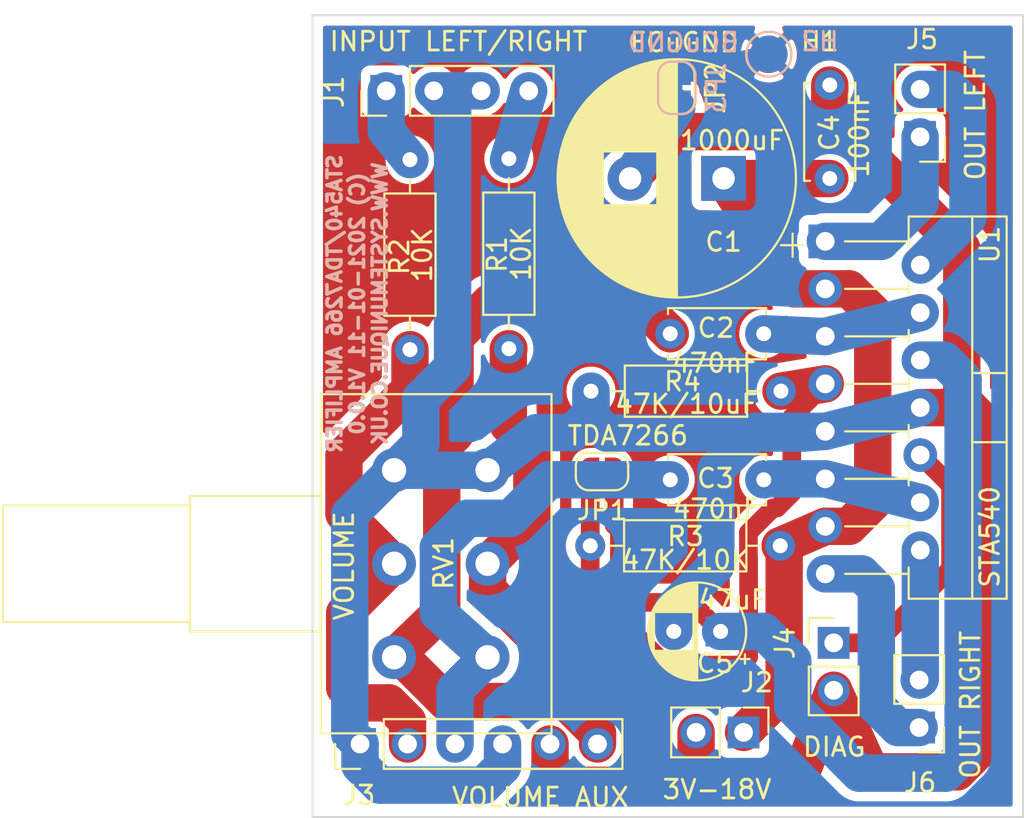
<source format=kicad_pcb>
(kicad_pcb (version 20171130) (host pcbnew 5.1.4+dfsg1-1~bpo10+1)

  (general
    (thickness 1.6)
    (drawings 6)
    (tracks 175)
    (zones 0)
    (modules 22)
    (nets 20)
  )

  (page A4)
  (layers
    (0 F.Cu signal)
    (31 B.Cu signal)
    (32 B.Adhes user)
    (33 F.Adhes user)
    (34 B.Paste user)
    (35 F.Paste user)
    (36 B.SilkS user)
    (37 F.SilkS user)
    (38 B.Mask user)
    (39 F.Mask user)
    (40 Dwgs.User user)
    (41 Cmts.User user)
    (42 Eco1.User user)
    (43 Eco2.User user)
    (44 Edge.Cuts user)
    (45 Margin user)
    (46 B.CrtYd user)
    (47 F.CrtYd user)
    (48 B.Fab user)
    (49 F.Fab user)
  )

  (setup
    (last_trace_width 0.25)
    (user_trace_width 1)
    (user_trace_width 2)
    (trace_clearance 0.2)
    (zone_clearance 0.508)
    (zone_45_only no)
    (trace_min 0.2)
    (via_size 0.8)
    (via_drill 0.4)
    (via_min_size 0.4)
    (via_min_drill 0.3)
    (uvia_size 0.3)
    (uvia_drill 0.1)
    (uvias_allowed no)
    (uvia_min_size 0.2)
    (uvia_min_drill 0.1)
    (edge_width 0.05)
    (segment_width 0.2)
    (pcb_text_width 0.3)
    (pcb_text_size 1.5 1.5)
    (mod_edge_width 0.12)
    (mod_text_size 1 1)
    (mod_text_width 0.15)
    (pad_size 1.524 1.524)
    (pad_drill 0.762)
    (pad_to_mask_clearance 0.051)
    (solder_mask_min_width 0.25)
    (aux_axis_origin 0 0)
    (visible_elements 7FFFFFFF)
    (pcbplotparams
      (layerselection 0x010f0_ffffffff)
      (usegerberextensions false)
      (usegerberattributes false)
      (usegerberadvancedattributes false)
      (creategerberjobfile false)
      (excludeedgelayer true)
      (linewidth 0.100000)
      (plotframeref false)
      (viasonmask false)
      (mode 1)
      (useauxorigin false)
      (hpglpennumber 1)
      (hpglpenspeed 20)
      (hpglpendiameter 15.000000)
      (psnegative false)
      (psa4output false)
      (plotreference true)
      (plotvalue true)
      (plotinvisibletext false)
      (padsonsilk false)
      (subtractmaskfromsilk false)
      (outputformat 1)
      (mirror false)
      (drillshape 0)
      (scaleselection 1)
      (outputdirectory ""))
  )

  (net 0 "")
  (net 1 VCC)
  (net 2 "Net-(C1-Pad2)")
  (net 3 "Net-(C2-Pad1)")
  (net 4 "Net-(C2-Pad2)")
  (net 5 "Net-(C3-Pad2)")
  (net 6 "Net-(C3-Pad1)")
  (net 7 "Net-(C5-Pad1)")
  (net 8 "Net-(J1-Pad1)")
  (net 9 "Net-(J1-Pad4)")
  (net 10 "Net-(J3-Pad2)")
  (net 11 "Net-(J3-Pad5)")
  (net 12 "Net-(J4-Pad1)")
  (net 13 "Net-(J5-Pad2)")
  (net 14 "Net-(J5-Pad1)")
  (net 15 "Net-(J6-Pad1)")
  (net 16 "Net-(J6-Pad2)")
  (net 17 "Net-(JP1-Pad2)")
  (net 18 /FCuGND)
  (net 19 /BCuGND)

  (net_class Default "This is the default net class."
    (clearance 0.2)
    (trace_width 0.25)
    (via_dia 0.8)
    (via_drill 0.4)
    (uvia_dia 0.3)
    (uvia_drill 0.1)
    (add_net /BCuGND)
    (add_net /FCuGND)
    (add_net "Net-(C1-Pad2)")
    (add_net "Net-(C2-Pad1)")
    (add_net "Net-(C2-Pad2)")
    (add_net "Net-(C3-Pad1)")
    (add_net "Net-(C3-Pad2)")
    (add_net "Net-(C5-Pad1)")
    (add_net "Net-(J1-Pad1)")
    (add_net "Net-(J1-Pad4)")
    (add_net "Net-(J3-Pad2)")
    (add_net "Net-(J3-Pad5)")
    (add_net "Net-(J4-Pad1)")
    (add_net "Net-(J5-Pad1)")
    (add_net "Net-(J5-Pad2)")
    (add_net "Net-(J6-Pad1)")
    (add_net "Net-(J6-Pad2)")
    (add_net "Net-(JP1-Pad2)")
    (add_net VCC)
  )

  (module Jumper:SolderJumper-2_P1.3mm_Open_RoundedPad1.0x1.5mm (layer F.Cu) (tedit 5B391E66) (tstamp 5FE46F52)
    (at 157.63 104.02 180)
    (descr "SMD Solder Jumper, 1x1.5mm, rounded Pads, 0.3mm gap, open")
    (tags "solder jumper open")
    (path /5FE519C0)
    (attr virtual)
    (fp_text reference JP1 (at -0.01 -2.08 180) (layer F.SilkS)
      (effects (font (size 1 1) (thickness 0.15)))
    )
    (fp_text value TDA7266 (at -1.38 1.92 180) (layer F.SilkS)
      (effects (font (size 1 1) (thickness 0.15)))
    )
    (fp_arc (start 0.7 -0.3) (end 1.4 -0.3) (angle -90) (layer F.SilkS) (width 0.12))
    (fp_arc (start 0.7 0.3) (end 0.7 1) (angle -90) (layer F.SilkS) (width 0.12))
    (fp_arc (start -0.7 0.3) (end -1.4 0.3) (angle -90) (layer F.SilkS) (width 0.12))
    (fp_arc (start -0.7 -0.3) (end -0.7 -1) (angle -90) (layer F.SilkS) (width 0.12))
    (fp_line (start -1.4 0.3) (end -1.4 -0.3) (layer F.SilkS) (width 0.12))
    (fp_line (start 0.7 1) (end -0.7 1) (layer F.SilkS) (width 0.12))
    (fp_line (start 1.4 -0.3) (end 1.4 0.3) (layer F.SilkS) (width 0.12))
    (fp_line (start -0.7 -1) (end 0.7 -1) (layer F.SilkS) (width 0.12))
    (fp_line (start -1.65 -1.25) (end 1.65 -1.25) (layer F.CrtYd) (width 0.05))
    (fp_line (start -1.65 -1.25) (end -1.65 1.25) (layer F.CrtYd) (width 0.05))
    (fp_line (start 1.65 1.25) (end 1.65 -1.25) (layer F.CrtYd) (width 0.05))
    (fp_line (start 1.65 1.25) (end -1.65 1.25) (layer F.CrtYd) (width 0.05))
    (pad 1 smd custom (at -0.65 0 180) (size 1 0.5) (layers F.Cu F.Mask)
      (net 7 "Net-(C5-Pad1)") (zone_connect 2)
      (options (clearance outline) (anchor rect))
      (primitives
        (gr_circle (center 0 0.25) (end 0.5 0.25) (width 0))
        (gr_circle (center 0 -0.25) (end 0.5 -0.25) (width 0))
        (gr_poly (pts
           (xy 0 -0.75) (xy 0.5 -0.75) (xy 0.5 0.75) (xy 0 0.75)) (width 0))
      ))
    (pad 2 smd custom (at 0.65 0 180) (size 1 0.5) (layers F.Cu F.Mask)
      (net 17 "Net-(JP1-Pad2)") (zone_connect 2)
      (options (clearance outline) (anchor rect))
      (primitives
        (gr_circle (center 0 0.25) (end 0.5 0.25) (width 0))
        (gr_circle (center 0 -0.25) (end 0.5 -0.25) (width 0))
        (gr_poly (pts
           (xy 0 -0.75) (xy -0.5 -0.75) (xy -0.5 0.75) (xy 0 0.75)) (width 0))
      ))
  )

  (module Capacitor_THT:CP_Radial_D12.5mm_P5.00mm (layer F.Cu) (tedit 5AE50EF1) (tstamp 5FE4CA80)
    (at 164.13 88.34 180)
    (descr "CP, Radial series, Radial, pin pitch=5.00mm, , diameter=12.5mm, Electrolytic Capacitor")
    (tags "CP Radial series Radial pin pitch 5.00mm  diameter 12.5mm Electrolytic Capacitor")
    (path /5FE892BC)
    (fp_text reference C1 (at 0 -3.4) (layer F.SilkS)
      (effects (font (size 1 1) (thickness 0.15)))
    )
    (fp_text value 1000uF (at -0.45 2.03) (layer F.SilkS)
      (effects (font (size 1 1) (thickness 0.15)))
    )
    (fp_circle (center 2.5 0) (end 8.75 0) (layer F.Fab) (width 0.1))
    (fp_circle (center 2.5 0) (end 8.87 0) (layer F.SilkS) (width 0.12))
    (fp_circle (center 2.5 0) (end 9 0) (layer F.CrtYd) (width 0.05))
    (fp_line (start -2.866489 -2.7375) (end -1.616489 -2.7375) (layer F.Fab) (width 0.1))
    (fp_line (start -2.241489 -3.3625) (end -2.241489 -2.1125) (layer F.Fab) (width 0.1))
    (fp_line (start 2.5 -6.33) (end 2.5 6.33) (layer F.SilkS) (width 0.12))
    (fp_line (start 2.54 -6.33) (end 2.54 6.33) (layer F.SilkS) (width 0.12))
    (fp_line (start 2.58 -6.33) (end 2.58 6.33) (layer F.SilkS) (width 0.12))
    (fp_line (start 2.62 -6.329) (end 2.62 6.329) (layer F.SilkS) (width 0.12))
    (fp_line (start 2.66 -6.328) (end 2.66 6.328) (layer F.SilkS) (width 0.12))
    (fp_line (start 2.7 -6.327) (end 2.7 6.327) (layer F.SilkS) (width 0.12))
    (fp_line (start 2.74 -6.326) (end 2.74 6.326) (layer F.SilkS) (width 0.12))
    (fp_line (start 2.78 -6.324) (end 2.78 6.324) (layer F.SilkS) (width 0.12))
    (fp_line (start 2.82 -6.322) (end 2.82 6.322) (layer F.SilkS) (width 0.12))
    (fp_line (start 2.86 -6.32) (end 2.86 6.32) (layer F.SilkS) (width 0.12))
    (fp_line (start 2.9 -6.318) (end 2.9 6.318) (layer F.SilkS) (width 0.12))
    (fp_line (start 2.94 -6.315) (end 2.94 6.315) (layer F.SilkS) (width 0.12))
    (fp_line (start 2.98 -6.312) (end 2.98 6.312) (layer F.SilkS) (width 0.12))
    (fp_line (start 3.02 -6.309) (end 3.02 6.309) (layer F.SilkS) (width 0.12))
    (fp_line (start 3.06 -6.306) (end 3.06 6.306) (layer F.SilkS) (width 0.12))
    (fp_line (start 3.1 -6.302) (end 3.1 6.302) (layer F.SilkS) (width 0.12))
    (fp_line (start 3.14 -6.298) (end 3.14 6.298) (layer F.SilkS) (width 0.12))
    (fp_line (start 3.18 -6.294) (end 3.18 6.294) (layer F.SilkS) (width 0.12))
    (fp_line (start 3.221 -6.29) (end 3.221 6.29) (layer F.SilkS) (width 0.12))
    (fp_line (start 3.261 -6.285) (end 3.261 6.285) (layer F.SilkS) (width 0.12))
    (fp_line (start 3.301 -6.28) (end 3.301 6.28) (layer F.SilkS) (width 0.12))
    (fp_line (start 3.341 -6.275) (end 3.341 6.275) (layer F.SilkS) (width 0.12))
    (fp_line (start 3.381 -6.269) (end 3.381 6.269) (layer F.SilkS) (width 0.12))
    (fp_line (start 3.421 -6.264) (end 3.421 6.264) (layer F.SilkS) (width 0.12))
    (fp_line (start 3.461 -6.258) (end 3.461 6.258) (layer F.SilkS) (width 0.12))
    (fp_line (start 3.501 -6.252) (end 3.501 6.252) (layer F.SilkS) (width 0.12))
    (fp_line (start 3.541 -6.245) (end 3.541 6.245) (layer F.SilkS) (width 0.12))
    (fp_line (start 3.581 -6.238) (end 3.581 -1.44) (layer F.SilkS) (width 0.12))
    (fp_line (start 3.581 1.44) (end 3.581 6.238) (layer F.SilkS) (width 0.12))
    (fp_line (start 3.621 -6.231) (end 3.621 -1.44) (layer F.SilkS) (width 0.12))
    (fp_line (start 3.621 1.44) (end 3.621 6.231) (layer F.SilkS) (width 0.12))
    (fp_line (start 3.661 -6.224) (end 3.661 -1.44) (layer F.SilkS) (width 0.12))
    (fp_line (start 3.661 1.44) (end 3.661 6.224) (layer F.SilkS) (width 0.12))
    (fp_line (start 3.701 -6.216) (end 3.701 -1.44) (layer F.SilkS) (width 0.12))
    (fp_line (start 3.701 1.44) (end 3.701 6.216) (layer F.SilkS) (width 0.12))
    (fp_line (start 3.741 -6.209) (end 3.741 -1.44) (layer F.SilkS) (width 0.12))
    (fp_line (start 3.741 1.44) (end 3.741 6.209) (layer F.SilkS) (width 0.12))
    (fp_line (start 3.781 -6.201) (end 3.781 -1.44) (layer F.SilkS) (width 0.12))
    (fp_line (start 3.781 1.44) (end 3.781 6.201) (layer F.SilkS) (width 0.12))
    (fp_line (start 3.821 -6.192) (end 3.821 -1.44) (layer F.SilkS) (width 0.12))
    (fp_line (start 3.821 1.44) (end 3.821 6.192) (layer F.SilkS) (width 0.12))
    (fp_line (start 3.861 -6.184) (end 3.861 -1.44) (layer F.SilkS) (width 0.12))
    (fp_line (start 3.861 1.44) (end 3.861 6.184) (layer F.SilkS) (width 0.12))
    (fp_line (start 3.901 -6.175) (end 3.901 -1.44) (layer F.SilkS) (width 0.12))
    (fp_line (start 3.901 1.44) (end 3.901 6.175) (layer F.SilkS) (width 0.12))
    (fp_line (start 3.941 -6.166) (end 3.941 -1.44) (layer F.SilkS) (width 0.12))
    (fp_line (start 3.941 1.44) (end 3.941 6.166) (layer F.SilkS) (width 0.12))
    (fp_line (start 3.981 -6.156) (end 3.981 -1.44) (layer F.SilkS) (width 0.12))
    (fp_line (start 3.981 1.44) (end 3.981 6.156) (layer F.SilkS) (width 0.12))
    (fp_line (start 4.021 -6.146) (end 4.021 -1.44) (layer F.SilkS) (width 0.12))
    (fp_line (start 4.021 1.44) (end 4.021 6.146) (layer F.SilkS) (width 0.12))
    (fp_line (start 4.061 -6.137) (end 4.061 -1.44) (layer F.SilkS) (width 0.12))
    (fp_line (start 4.061 1.44) (end 4.061 6.137) (layer F.SilkS) (width 0.12))
    (fp_line (start 4.101 -6.126) (end 4.101 -1.44) (layer F.SilkS) (width 0.12))
    (fp_line (start 4.101 1.44) (end 4.101 6.126) (layer F.SilkS) (width 0.12))
    (fp_line (start 4.141 -6.116) (end 4.141 -1.44) (layer F.SilkS) (width 0.12))
    (fp_line (start 4.141 1.44) (end 4.141 6.116) (layer F.SilkS) (width 0.12))
    (fp_line (start 4.181 -6.105) (end 4.181 -1.44) (layer F.SilkS) (width 0.12))
    (fp_line (start 4.181 1.44) (end 4.181 6.105) (layer F.SilkS) (width 0.12))
    (fp_line (start 4.221 -6.094) (end 4.221 -1.44) (layer F.SilkS) (width 0.12))
    (fp_line (start 4.221 1.44) (end 4.221 6.094) (layer F.SilkS) (width 0.12))
    (fp_line (start 4.261 -6.083) (end 4.261 -1.44) (layer F.SilkS) (width 0.12))
    (fp_line (start 4.261 1.44) (end 4.261 6.083) (layer F.SilkS) (width 0.12))
    (fp_line (start 4.301 -6.071) (end 4.301 -1.44) (layer F.SilkS) (width 0.12))
    (fp_line (start 4.301 1.44) (end 4.301 6.071) (layer F.SilkS) (width 0.12))
    (fp_line (start 4.341 -6.059) (end 4.341 -1.44) (layer F.SilkS) (width 0.12))
    (fp_line (start 4.341 1.44) (end 4.341 6.059) (layer F.SilkS) (width 0.12))
    (fp_line (start 4.381 -6.047) (end 4.381 -1.44) (layer F.SilkS) (width 0.12))
    (fp_line (start 4.381 1.44) (end 4.381 6.047) (layer F.SilkS) (width 0.12))
    (fp_line (start 4.421 -6.034) (end 4.421 -1.44) (layer F.SilkS) (width 0.12))
    (fp_line (start 4.421 1.44) (end 4.421 6.034) (layer F.SilkS) (width 0.12))
    (fp_line (start 4.461 -6.021) (end 4.461 -1.44) (layer F.SilkS) (width 0.12))
    (fp_line (start 4.461 1.44) (end 4.461 6.021) (layer F.SilkS) (width 0.12))
    (fp_line (start 4.501 -6.008) (end 4.501 -1.44) (layer F.SilkS) (width 0.12))
    (fp_line (start 4.501 1.44) (end 4.501 6.008) (layer F.SilkS) (width 0.12))
    (fp_line (start 4.541 -5.995) (end 4.541 -1.44) (layer F.SilkS) (width 0.12))
    (fp_line (start 4.541 1.44) (end 4.541 5.995) (layer F.SilkS) (width 0.12))
    (fp_line (start 4.581 -5.981) (end 4.581 -1.44) (layer F.SilkS) (width 0.12))
    (fp_line (start 4.581 1.44) (end 4.581 5.981) (layer F.SilkS) (width 0.12))
    (fp_line (start 4.621 -5.967) (end 4.621 -1.44) (layer F.SilkS) (width 0.12))
    (fp_line (start 4.621 1.44) (end 4.621 5.967) (layer F.SilkS) (width 0.12))
    (fp_line (start 4.661 -5.953) (end 4.661 -1.44) (layer F.SilkS) (width 0.12))
    (fp_line (start 4.661 1.44) (end 4.661 5.953) (layer F.SilkS) (width 0.12))
    (fp_line (start 4.701 -5.939) (end 4.701 -1.44) (layer F.SilkS) (width 0.12))
    (fp_line (start 4.701 1.44) (end 4.701 5.939) (layer F.SilkS) (width 0.12))
    (fp_line (start 4.741 -5.924) (end 4.741 -1.44) (layer F.SilkS) (width 0.12))
    (fp_line (start 4.741 1.44) (end 4.741 5.924) (layer F.SilkS) (width 0.12))
    (fp_line (start 4.781 -5.908) (end 4.781 -1.44) (layer F.SilkS) (width 0.12))
    (fp_line (start 4.781 1.44) (end 4.781 5.908) (layer F.SilkS) (width 0.12))
    (fp_line (start 4.821 -5.893) (end 4.821 -1.44) (layer F.SilkS) (width 0.12))
    (fp_line (start 4.821 1.44) (end 4.821 5.893) (layer F.SilkS) (width 0.12))
    (fp_line (start 4.861 -5.877) (end 4.861 -1.44) (layer F.SilkS) (width 0.12))
    (fp_line (start 4.861 1.44) (end 4.861 5.877) (layer F.SilkS) (width 0.12))
    (fp_line (start 4.901 -5.861) (end 4.901 -1.44) (layer F.SilkS) (width 0.12))
    (fp_line (start 4.901 1.44) (end 4.901 5.861) (layer F.SilkS) (width 0.12))
    (fp_line (start 4.941 -5.845) (end 4.941 -1.44) (layer F.SilkS) (width 0.12))
    (fp_line (start 4.941 1.44) (end 4.941 5.845) (layer F.SilkS) (width 0.12))
    (fp_line (start 4.981 -5.828) (end 4.981 -1.44) (layer F.SilkS) (width 0.12))
    (fp_line (start 4.981 1.44) (end 4.981 5.828) (layer F.SilkS) (width 0.12))
    (fp_line (start 5.021 -5.811) (end 5.021 -1.44) (layer F.SilkS) (width 0.12))
    (fp_line (start 5.021 1.44) (end 5.021 5.811) (layer F.SilkS) (width 0.12))
    (fp_line (start 5.061 -5.793) (end 5.061 -1.44) (layer F.SilkS) (width 0.12))
    (fp_line (start 5.061 1.44) (end 5.061 5.793) (layer F.SilkS) (width 0.12))
    (fp_line (start 5.101 -5.776) (end 5.101 -1.44) (layer F.SilkS) (width 0.12))
    (fp_line (start 5.101 1.44) (end 5.101 5.776) (layer F.SilkS) (width 0.12))
    (fp_line (start 5.141 -5.758) (end 5.141 -1.44) (layer F.SilkS) (width 0.12))
    (fp_line (start 5.141 1.44) (end 5.141 5.758) (layer F.SilkS) (width 0.12))
    (fp_line (start 5.181 -5.739) (end 5.181 -1.44) (layer F.SilkS) (width 0.12))
    (fp_line (start 5.181 1.44) (end 5.181 5.739) (layer F.SilkS) (width 0.12))
    (fp_line (start 5.221 -5.721) (end 5.221 -1.44) (layer F.SilkS) (width 0.12))
    (fp_line (start 5.221 1.44) (end 5.221 5.721) (layer F.SilkS) (width 0.12))
    (fp_line (start 5.261 -5.702) (end 5.261 -1.44) (layer F.SilkS) (width 0.12))
    (fp_line (start 5.261 1.44) (end 5.261 5.702) (layer F.SilkS) (width 0.12))
    (fp_line (start 5.301 -5.682) (end 5.301 -1.44) (layer F.SilkS) (width 0.12))
    (fp_line (start 5.301 1.44) (end 5.301 5.682) (layer F.SilkS) (width 0.12))
    (fp_line (start 5.341 -5.662) (end 5.341 -1.44) (layer F.SilkS) (width 0.12))
    (fp_line (start 5.341 1.44) (end 5.341 5.662) (layer F.SilkS) (width 0.12))
    (fp_line (start 5.381 -5.642) (end 5.381 -1.44) (layer F.SilkS) (width 0.12))
    (fp_line (start 5.381 1.44) (end 5.381 5.642) (layer F.SilkS) (width 0.12))
    (fp_line (start 5.421 -5.622) (end 5.421 -1.44) (layer F.SilkS) (width 0.12))
    (fp_line (start 5.421 1.44) (end 5.421 5.622) (layer F.SilkS) (width 0.12))
    (fp_line (start 5.461 -5.601) (end 5.461 -1.44) (layer F.SilkS) (width 0.12))
    (fp_line (start 5.461 1.44) (end 5.461 5.601) (layer F.SilkS) (width 0.12))
    (fp_line (start 5.501 -5.58) (end 5.501 -1.44) (layer F.SilkS) (width 0.12))
    (fp_line (start 5.501 1.44) (end 5.501 5.58) (layer F.SilkS) (width 0.12))
    (fp_line (start 5.541 -5.558) (end 5.541 -1.44) (layer F.SilkS) (width 0.12))
    (fp_line (start 5.541 1.44) (end 5.541 5.558) (layer F.SilkS) (width 0.12))
    (fp_line (start 5.581 -5.536) (end 5.581 -1.44) (layer F.SilkS) (width 0.12))
    (fp_line (start 5.581 1.44) (end 5.581 5.536) (layer F.SilkS) (width 0.12))
    (fp_line (start 5.621 -5.514) (end 5.621 -1.44) (layer F.SilkS) (width 0.12))
    (fp_line (start 5.621 1.44) (end 5.621 5.514) (layer F.SilkS) (width 0.12))
    (fp_line (start 5.661 -5.491) (end 5.661 -1.44) (layer F.SilkS) (width 0.12))
    (fp_line (start 5.661 1.44) (end 5.661 5.491) (layer F.SilkS) (width 0.12))
    (fp_line (start 5.701 -5.468) (end 5.701 -1.44) (layer F.SilkS) (width 0.12))
    (fp_line (start 5.701 1.44) (end 5.701 5.468) (layer F.SilkS) (width 0.12))
    (fp_line (start 5.741 -5.445) (end 5.741 -1.44) (layer F.SilkS) (width 0.12))
    (fp_line (start 5.741 1.44) (end 5.741 5.445) (layer F.SilkS) (width 0.12))
    (fp_line (start 5.781 -5.421) (end 5.781 -1.44) (layer F.SilkS) (width 0.12))
    (fp_line (start 5.781 1.44) (end 5.781 5.421) (layer F.SilkS) (width 0.12))
    (fp_line (start 5.821 -5.397) (end 5.821 -1.44) (layer F.SilkS) (width 0.12))
    (fp_line (start 5.821 1.44) (end 5.821 5.397) (layer F.SilkS) (width 0.12))
    (fp_line (start 5.861 -5.372) (end 5.861 -1.44) (layer F.SilkS) (width 0.12))
    (fp_line (start 5.861 1.44) (end 5.861 5.372) (layer F.SilkS) (width 0.12))
    (fp_line (start 5.901 -5.347) (end 5.901 -1.44) (layer F.SilkS) (width 0.12))
    (fp_line (start 5.901 1.44) (end 5.901 5.347) (layer F.SilkS) (width 0.12))
    (fp_line (start 5.941 -5.322) (end 5.941 -1.44) (layer F.SilkS) (width 0.12))
    (fp_line (start 5.941 1.44) (end 5.941 5.322) (layer F.SilkS) (width 0.12))
    (fp_line (start 5.981 -5.296) (end 5.981 -1.44) (layer F.SilkS) (width 0.12))
    (fp_line (start 5.981 1.44) (end 5.981 5.296) (layer F.SilkS) (width 0.12))
    (fp_line (start 6.021 -5.27) (end 6.021 -1.44) (layer F.SilkS) (width 0.12))
    (fp_line (start 6.021 1.44) (end 6.021 5.27) (layer F.SilkS) (width 0.12))
    (fp_line (start 6.061 -5.243) (end 6.061 -1.44) (layer F.SilkS) (width 0.12))
    (fp_line (start 6.061 1.44) (end 6.061 5.243) (layer F.SilkS) (width 0.12))
    (fp_line (start 6.101 -5.216) (end 6.101 -1.44) (layer F.SilkS) (width 0.12))
    (fp_line (start 6.101 1.44) (end 6.101 5.216) (layer F.SilkS) (width 0.12))
    (fp_line (start 6.141 -5.188) (end 6.141 -1.44) (layer F.SilkS) (width 0.12))
    (fp_line (start 6.141 1.44) (end 6.141 5.188) (layer F.SilkS) (width 0.12))
    (fp_line (start 6.181 -5.16) (end 6.181 -1.44) (layer F.SilkS) (width 0.12))
    (fp_line (start 6.181 1.44) (end 6.181 5.16) (layer F.SilkS) (width 0.12))
    (fp_line (start 6.221 -5.131) (end 6.221 -1.44) (layer F.SilkS) (width 0.12))
    (fp_line (start 6.221 1.44) (end 6.221 5.131) (layer F.SilkS) (width 0.12))
    (fp_line (start 6.261 -5.102) (end 6.261 -1.44) (layer F.SilkS) (width 0.12))
    (fp_line (start 6.261 1.44) (end 6.261 5.102) (layer F.SilkS) (width 0.12))
    (fp_line (start 6.301 -5.073) (end 6.301 -1.44) (layer F.SilkS) (width 0.12))
    (fp_line (start 6.301 1.44) (end 6.301 5.073) (layer F.SilkS) (width 0.12))
    (fp_line (start 6.341 -5.043) (end 6.341 -1.44) (layer F.SilkS) (width 0.12))
    (fp_line (start 6.341 1.44) (end 6.341 5.043) (layer F.SilkS) (width 0.12))
    (fp_line (start 6.381 -5.012) (end 6.381 -1.44) (layer F.SilkS) (width 0.12))
    (fp_line (start 6.381 1.44) (end 6.381 5.012) (layer F.SilkS) (width 0.12))
    (fp_line (start 6.421 -4.982) (end 6.421 -1.44) (layer F.SilkS) (width 0.12))
    (fp_line (start 6.421 1.44) (end 6.421 4.982) (layer F.SilkS) (width 0.12))
    (fp_line (start 6.461 -4.95) (end 6.461 4.95) (layer F.SilkS) (width 0.12))
    (fp_line (start 6.501 -4.918) (end 6.501 4.918) (layer F.SilkS) (width 0.12))
    (fp_line (start 6.541 -4.885) (end 6.541 4.885) (layer F.SilkS) (width 0.12))
    (fp_line (start 6.581 -4.852) (end 6.581 4.852) (layer F.SilkS) (width 0.12))
    (fp_line (start 6.621 -4.819) (end 6.621 4.819) (layer F.SilkS) (width 0.12))
    (fp_line (start 6.661 -4.785) (end 6.661 4.785) (layer F.SilkS) (width 0.12))
    (fp_line (start 6.701 -4.75) (end 6.701 4.75) (layer F.SilkS) (width 0.12))
    (fp_line (start 6.741 -4.714) (end 6.741 4.714) (layer F.SilkS) (width 0.12))
    (fp_line (start 6.781 -4.678) (end 6.781 4.678) (layer F.SilkS) (width 0.12))
    (fp_line (start 6.821 -4.642) (end 6.821 4.642) (layer F.SilkS) (width 0.12))
    (fp_line (start 6.861 -4.605) (end 6.861 4.605) (layer F.SilkS) (width 0.12))
    (fp_line (start 6.901 -4.567) (end 6.901 4.567) (layer F.SilkS) (width 0.12))
    (fp_line (start 6.941 -4.528) (end 6.941 4.528) (layer F.SilkS) (width 0.12))
    (fp_line (start 6.981 -4.489) (end 6.981 4.489) (layer F.SilkS) (width 0.12))
    (fp_line (start 7.021 -4.449) (end 7.021 4.449) (layer F.SilkS) (width 0.12))
    (fp_line (start 7.061 -4.408) (end 7.061 4.408) (layer F.SilkS) (width 0.12))
    (fp_line (start 7.101 -4.367) (end 7.101 4.367) (layer F.SilkS) (width 0.12))
    (fp_line (start 7.141 -4.325) (end 7.141 4.325) (layer F.SilkS) (width 0.12))
    (fp_line (start 7.181 -4.282) (end 7.181 4.282) (layer F.SilkS) (width 0.12))
    (fp_line (start 7.221 -4.238) (end 7.221 4.238) (layer F.SilkS) (width 0.12))
    (fp_line (start 7.261 -4.194) (end 7.261 4.194) (layer F.SilkS) (width 0.12))
    (fp_line (start 7.301 -4.148) (end 7.301 4.148) (layer F.SilkS) (width 0.12))
    (fp_line (start 7.341 -4.102) (end 7.341 4.102) (layer F.SilkS) (width 0.12))
    (fp_line (start 7.381 -4.055) (end 7.381 4.055) (layer F.SilkS) (width 0.12))
    (fp_line (start 7.421 -4.007) (end 7.421 4.007) (layer F.SilkS) (width 0.12))
    (fp_line (start 7.461 -3.957) (end 7.461 3.957) (layer F.SilkS) (width 0.12))
    (fp_line (start 7.501 -3.907) (end 7.501 3.907) (layer F.SilkS) (width 0.12))
    (fp_line (start 7.541 -3.856) (end 7.541 3.856) (layer F.SilkS) (width 0.12))
    (fp_line (start 7.581 -3.804) (end 7.581 3.804) (layer F.SilkS) (width 0.12))
    (fp_line (start 7.621 -3.75) (end 7.621 3.75) (layer F.SilkS) (width 0.12))
    (fp_line (start 7.661 -3.696) (end 7.661 3.696) (layer F.SilkS) (width 0.12))
    (fp_line (start 7.701 -3.64) (end 7.701 3.64) (layer F.SilkS) (width 0.12))
    (fp_line (start 7.741 -3.583) (end 7.741 3.583) (layer F.SilkS) (width 0.12))
    (fp_line (start 7.781 -3.524) (end 7.781 3.524) (layer F.SilkS) (width 0.12))
    (fp_line (start 7.821 -3.464) (end 7.821 3.464) (layer F.SilkS) (width 0.12))
    (fp_line (start 7.861 -3.402) (end 7.861 3.402) (layer F.SilkS) (width 0.12))
    (fp_line (start 7.901 -3.339) (end 7.901 3.339) (layer F.SilkS) (width 0.12))
    (fp_line (start 7.941 -3.275) (end 7.941 3.275) (layer F.SilkS) (width 0.12))
    (fp_line (start 7.981 -3.208) (end 7.981 3.208) (layer F.SilkS) (width 0.12))
    (fp_line (start 8.021 -3.14) (end 8.021 3.14) (layer F.SilkS) (width 0.12))
    (fp_line (start 8.061 -3.069) (end 8.061 3.069) (layer F.SilkS) (width 0.12))
    (fp_line (start 8.101 -2.996) (end 8.101 2.996) (layer F.SilkS) (width 0.12))
    (fp_line (start 8.141 -2.921) (end 8.141 2.921) (layer F.SilkS) (width 0.12))
    (fp_line (start 8.181 -2.844) (end 8.181 2.844) (layer F.SilkS) (width 0.12))
    (fp_line (start 8.221 -2.764) (end 8.221 2.764) (layer F.SilkS) (width 0.12))
    (fp_line (start 8.261 -2.681) (end 8.261 2.681) (layer F.SilkS) (width 0.12))
    (fp_line (start 8.301 -2.594) (end 8.301 2.594) (layer F.SilkS) (width 0.12))
    (fp_line (start 8.341 -2.504) (end 8.341 2.504) (layer F.SilkS) (width 0.12))
    (fp_line (start 8.381 -2.41) (end 8.381 2.41) (layer F.SilkS) (width 0.12))
    (fp_line (start 8.421 -2.312) (end 8.421 2.312) (layer F.SilkS) (width 0.12))
    (fp_line (start 8.461 -2.209) (end 8.461 2.209) (layer F.SilkS) (width 0.12))
    (fp_line (start 8.501 -2.1) (end 8.501 2.1) (layer F.SilkS) (width 0.12))
    (fp_line (start 8.541 -1.984) (end 8.541 1.984) (layer F.SilkS) (width 0.12))
    (fp_line (start 8.581 -1.861) (end 8.581 1.861) (layer F.SilkS) (width 0.12))
    (fp_line (start 8.621 -1.728) (end 8.621 1.728) (layer F.SilkS) (width 0.12))
    (fp_line (start 8.661 -1.583) (end 8.661 1.583) (layer F.SilkS) (width 0.12))
    (fp_line (start 8.701 -1.422) (end 8.701 1.422) (layer F.SilkS) (width 0.12))
    (fp_line (start 8.741 -1.241) (end 8.741 1.241) (layer F.SilkS) (width 0.12))
    (fp_line (start 8.781 -1.028) (end 8.781 1.028) (layer F.SilkS) (width 0.12))
    (fp_line (start 8.821 -0.757) (end 8.821 0.757) (layer F.SilkS) (width 0.12))
    (fp_line (start 8.861 -0.317) (end 8.861 0.317) (layer F.SilkS) (width 0.12))
    (fp_line (start -4.317082 -3.575) (end -3.067082 -3.575) (layer F.SilkS) (width 0.12))
    (fp_line (start -3.692082 -4.2) (end -3.692082 -2.95) (layer F.SilkS) (width 0.12))
    (fp_text user %R (at -0.1 -3.4) (layer F.Fab)
      (effects (font (size 1 1) (thickness 0.15)))
    )
    (pad 1 thru_hole rect (at 0 0 180) (size 2.4 2.4) (drill 1.2) (layers *.Cu *.Mask)
      (net 1 VCC))
    (pad 2 thru_hole circle (at 5 0 180) (size 2.4 2.4) (drill 1.2) (layers *.Cu *.Mask)
      (net 2 "Net-(C1-Pad2)"))
    (model ${KISYS3DMOD}/Capacitor_THT.3dshapes/CP_Radial_D12.5mm_P5.00mm.wrl
      (at (xyz 0 0 0))
      (scale (xyz 1 1 1))
      (rotate (xyz 0 0 0))
    )
  )

  (module Capacitor_THT:C_Disc_D5.0mm_W2.5mm_P5.00mm (layer F.Cu) (tedit 5AE50EF0) (tstamp 5FE4CA95)
    (at 166.28 96.65 180)
    (descr "C, Disc series, Radial, pin pitch=5.00mm, , diameter*width=5*2.5mm^2, Capacitor, http://cdn-reichelt.de/documents/datenblatt/B300/DS_KERKO_TC.pdf")
    (tags "C Disc series Radial pin pitch 5.00mm  diameter 5mm width 2.5mm Capacitor")
    (path /5FE534C4)
    (fp_text reference C2 (at 2.56 0.31) (layer F.SilkS)
      (effects (font (size 1 1) (thickness 0.15)))
    )
    (fp_text value 470nF (at 2.6 -1.57) (layer F.SilkS)
      (effects (font (size 1 1) (thickness 0.15)))
    )
    (fp_line (start 0 -1.25) (end 0 1.25) (layer F.Fab) (width 0.1))
    (fp_line (start 0 1.25) (end 5 1.25) (layer F.Fab) (width 0.1))
    (fp_line (start 5 1.25) (end 5 -1.25) (layer F.Fab) (width 0.1))
    (fp_line (start 5 -1.25) (end 0 -1.25) (layer F.Fab) (width 0.1))
    (fp_line (start -0.12 -1.37) (end 5.12 -1.37) (layer F.SilkS) (width 0.12))
    (fp_line (start -0.12 1.37) (end 5.12 1.37) (layer F.SilkS) (width 0.12))
    (fp_line (start -0.12 -1.37) (end -0.12 -1.055) (layer F.SilkS) (width 0.12))
    (fp_line (start -0.12 1.055) (end -0.12 1.37) (layer F.SilkS) (width 0.12))
    (fp_line (start 5.12 -1.37) (end 5.12 -1.055) (layer F.SilkS) (width 0.12))
    (fp_line (start 5.12 1.055) (end 5.12 1.37) (layer F.SilkS) (width 0.12))
    (fp_line (start -1.05 -1.5) (end -1.05 1.5) (layer F.CrtYd) (width 0.05))
    (fp_line (start -1.05 1.5) (end 6.05 1.5) (layer F.CrtYd) (width 0.05))
    (fp_line (start 6.05 1.5) (end 6.05 -1.5) (layer F.CrtYd) (width 0.05))
    (fp_line (start 6.05 -1.5) (end -1.05 -1.5) (layer F.CrtYd) (width 0.05))
    (fp_text user %R (at 2.53 0.31) (layer F.Fab)
      (effects (font (size 1 1) (thickness 0.15)))
    )
    (pad 1 thru_hole circle (at 0 0 180) (size 1.6 1.6) (drill 0.8) (layers *.Cu *.Mask)
      (net 3 "Net-(C2-Pad1)"))
    (pad 2 thru_hole circle (at 5 0 180) (size 1.6 1.6) (drill 0.8) (layers *.Cu *.Mask)
      (net 4 "Net-(C2-Pad2)"))
    (model ${KISYS3DMOD}/Capacitor_THT.3dshapes/C_Disc_D5.0mm_W2.5mm_P5.00mm.wrl
      (at (xyz 0 0 0))
      (scale (xyz 1 1 1))
      (rotate (xyz 0 0 0))
    )
  )

  (module Capacitor_THT:C_Disc_D5.0mm_W2.5mm_P5.00mm (layer F.Cu) (tedit 5AE50EF0) (tstamp 5FE4CAAA)
    (at 166.28 104.46 180)
    (descr "C, Disc series, Radial, pin pitch=5.00mm, , diameter*width=5*2.5mm^2, Capacitor, http://cdn-reichelt.de/documents/datenblatt/B300/DS_KERKO_TC.pdf")
    (tags "C Disc series Radial pin pitch 5.00mm  diameter 5mm width 2.5mm Capacitor")
    (path /5FE53A58)
    (fp_text reference C3 (at 2.58 0.08) (layer F.SilkS)
      (effects (font (size 1 1) (thickness 0.15)))
    )
    (fp_text value 470nF (at 2.56 -1.56) (layer F.SilkS)
      (effects (font (size 1 1) (thickness 0.15)))
    )
    (fp_text user %R (at 2.6 0.15) (layer F.Fab)
      (effects (font (size 1 1) (thickness 0.15)))
    )
    (fp_line (start 6.05 -1.5) (end -1.05 -1.5) (layer F.CrtYd) (width 0.05))
    (fp_line (start 6.05 1.5) (end 6.05 -1.5) (layer F.CrtYd) (width 0.05))
    (fp_line (start -1.05 1.5) (end 6.05 1.5) (layer F.CrtYd) (width 0.05))
    (fp_line (start -1.05 -1.5) (end -1.05 1.5) (layer F.CrtYd) (width 0.05))
    (fp_line (start 5.12 1.055) (end 5.12 1.37) (layer F.SilkS) (width 0.12))
    (fp_line (start 5.12 -1.37) (end 5.12 -1.055) (layer F.SilkS) (width 0.12))
    (fp_line (start -0.12 1.055) (end -0.12 1.37) (layer F.SilkS) (width 0.12))
    (fp_line (start -0.12 -1.37) (end -0.12 -1.055) (layer F.SilkS) (width 0.12))
    (fp_line (start -0.12 1.37) (end 5.12 1.37) (layer F.SilkS) (width 0.12))
    (fp_line (start -0.12 -1.37) (end 5.12 -1.37) (layer F.SilkS) (width 0.12))
    (fp_line (start 5 -1.25) (end 0 -1.25) (layer F.Fab) (width 0.1))
    (fp_line (start 5 1.25) (end 5 -1.25) (layer F.Fab) (width 0.1))
    (fp_line (start 0 1.25) (end 5 1.25) (layer F.Fab) (width 0.1))
    (fp_line (start 0 -1.25) (end 0 1.25) (layer F.Fab) (width 0.1))
    (pad 2 thru_hole circle (at 5 0 180) (size 1.6 1.6) (drill 0.8) (layers *.Cu *.Mask)
      (net 5 "Net-(C3-Pad2)"))
    (pad 1 thru_hole circle (at 0 0 180) (size 1.6 1.6) (drill 0.8) (layers *.Cu *.Mask)
      (net 6 "Net-(C3-Pad1)"))
    (model ${KISYS3DMOD}/Capacitor_THT.3dshapes/C_Disc_D5.0mm_W2.5mm_P5.00mm.wrl
      (at (xyz 0 0 0))
      (scale (xyz 1 1 1))
      (rotate (xyz 0 0 0))
    )
  )

  (module Capacitor_THT:C_Disc_D5.0mm_W2.5mm_P5.00mm (layer F.Cu) (tedit 5AE50EF0) (tstamp 5FE4CABF)
    (at 169.81 83.35 270)
    (descr "C, Disc series, Radial, pin pitch=5.00mm, , diameter*width=5*2.5mm^2, Capacitor, http://cdn-reichelt.de/documents/datenblatt/B300/DS_KERKO_TC.pdf")
    (tags "C Disc series Radial pin pitch 5.00mm  diameter 5mm width 2.5mm Capacitor")
    (path /5FE8C52A)
    (fp_text reference C4 (at 2.55 0.02 90) (layer F.SilkS)
      (effects (font (size 1 1) (thickness 0.15)))
    )
    (fp_text value 100nF (at 2.63 -1.58 90) (layer F.SilkS)
      (effects (font (size 1 1) (thickness 0.15)))
    )
    (fp_line (start 0 -1.25) (end 0 1.25) (layer F.Fab) (width 0.1))
    (fp_line (start 0 1.25) (end 5 1.25) (layer F.Fab) (width 0.1))
    (fp_line (start 5 1.25) (end 5 -1.25) (layer F.Fab) (width 0.1))
    (fp_line (start 5 -1.25) (end 0 -1.25) (layer F.Fab) (width 0.1))
    (fp_line (start -0.12 -1.37) (end 5.12 -1.37) (layer F.SilkS) (width 0.12))
    (fp_line (start -0.12 1.37) (end 5.12 1.37) (layer F.SilkS) (width 0.12))
    (fp_line (start -0.12 -1.37) (end -0.12 -1.055) (layer F.SilkS) (width 0.12))
    (fp_line (start -0.12 1.055) (end -0.12 1.37) (layer F.SilkS) (width 0.12))
    (fp_line (start 5.12 -1.37) (end 5.12 -1.055) (layer F.SilkS) (width 0.12))
    (fp_line (start 5.12 1.055) (end 5.12 1.37) (layer F.SilkS) (width 0.12))
    (fp_line (start -1.05 -1.5) (end -1.05 1.5) (layer F.CrtYd) (width 0.05))
    (fp_line (start -1.05 1.5) (end 6.05 1.5) (layer F.CrtYd) (width 0.05))
    (fp_line (start 6.05 1.5) (end 6.05 -1.5) (layer F.CrtYd) (width 0.05))
    (fp_line (start 6.05 -1.5) (end -1.05 -1.5) (layer F.CrtYd) (width 0.05))
    (fp_text user %R (at 2.5 0 90) (layer F.Fab)
      (effects (font (size 1 1) (thickness 0.15)))
    )
    (pad 1 thru_hole circle (at 0 0 270) (size 1.6 1.6) (drill 0.8) (layers *.Cu *.Mask)
      (net 2 "Net-(C1-Pad2)"))
    (pad 2 thru_hole circle (at 5 0 270) (size 1.6 1.6) (drill 0.8) (layers *.Cu *.Mask)
      (net 1 VCC))
    (model ${KISYS3DMOD}/Capacitor_THT.3dshapes/C_Disc_D5.0mm_W2.5mm_P5.00mm.wrl
      (at (xyz 0 0 0))
      (scale (xyz 1 1 1))
      (rotate (xyz 0 0 0))
    )
  )

  (module Capacitor_THT:CP_Radial_D5.0mm_P2.50mm (layer F.Cu) (tedit 5AE50EF0) (tstamp 5FE4CB43)
    (at 163.97 112.57 180)
    (descr "CP, Radial series, Radial, pin pitch=2.50mm, , diameter=5mm, Electrolytic Capacitor")
    (tags "CP Radial series Radial pin pitch 2.50mm  diameter 5mm Electrolytic Capacitor")
    (path /5FE660AD)
    (fp_text reference C5 (at 0.3 -1.7) (layer F.SilkS)
      (effects (font (size 1 1) (thickness 0.15)))
    )
    (fp_text value 47uF (at -0.65 1.69) (layer F.SilkS)
      (effects (font (size 1 1) (thickness 0.15)))
    )
    (fp_circle (center 1.25 0) (end 3.75 0) (layer F.Fab) (width 0.1))
    (fp_circle (center 1.25 0) (end 3.87 0) (layer F.SilkS) (width 0.12))
    (fp_circle (center 1.25 0) (end 4 0) (layer F.CrtYd) (width 0.05))
    (fp_line (start -0.883605 -1.0875) (end -0.383605 -1.0875) (layer F.Fab) (width 0.1))
    (fp_line (start -0.633605 -1.3375) (end -0.633605 -0.8375) (layer F.Fab) (width 0.1))
    (fp_line (start 1.25 -2.58) (end 1.25 2.58) (layer F.SilkS) (width 0.12))
    (fp_line (start 1.29 -2.58) (end 1.29 2.58) (layer F.SilkS) (width 0.12))
    (fp_line (start 1.33 -2.579) (end 1.33 2.579) (layer F.SilkS) (width 0.12))
    (fp_line (start 1.37 -2.578) (end 1.37 2.578) (layer F.SilkS) (width 0.12))
    (fp_line (start 1.41 -2.576) (end 1.41 2.576) (layer F.SilkS) (width 0.12))
    (fp_line (start 1.45 -2.573) (end 1.45 2.573) (layer F.SilkS) (width 0.12))
    (fp_line (start 1.49 -2.569) (end 1.49 -1.04) (layer F.SilkS) (width 0.12))
    (fp_line (start 1.49 1.04) (end 1.49 2.569) (layer F.SilkS) (width 0.12))
    (fp_line (start 1.53 -2.565) (end 1.53 -1.04) (layer F.SilkS) (width 0.12))
    (fp_line (start 1.53 1.04) (end 1.53 2.565) (layer F.SilkS) (width 0.12))
    (fp_line (start 1.57 -2.561) (end 1.57 -1.04) (layer F.SilkS) (width 0.12))
    (fp_line (start 1.57 1.04) (end 1.57 2.561) (layer F.SilkS) (width 0.12))
    (fp_line (start 1.61 -2.556) (end 1.61 -1.04) (layer F.SilkS) (width 0.12))
    (fp_line (start 1.61 1.04) (end 1.61 2.556) (layer F.SilkS) (width 0.12))
    (fp_line (start 1.65 -2.55) (end 1.65 -1.04) (layer F.SilkS) (width 0.12))
    (fp_line (start 1.65 1.04) (end 1.65 2.55) (layer F.SilkS) (width 0.12))
    (fp_line (start 1.69 -2.543) (end 1.69 -1.04) (layer F.SilkS) (width 0.12))
    (fp_line (start 1.69 1.04) (end 1.69 2.543) (layer F.SilkS) (width 0.12))
    (fp_line (start 1.73 -2.536) (end 1.73 -1.04) (layer F.SilkS) (width 0.12))
    (fp_line (start 1.73 1.04) (end 1.73 2.536) (layer F.SilkS) (width 0.12))
    (fp_line (start 1.77 -2.528) (end 1.77 -1.04) (layer F.SilkS) (width 0.12))
    (fp_line (start 1.77 1.04) (end 1.77 2.528) (layer F.SilkS) (width 0.12))
    (fp_line (start 1.81 -2.52) (end 1.81 -1.04) (layer F.SilkS) (width 0.12))
    (fp_line (start 1.81 1.04) (end 1.81 2.52) (layer F.SilkS) (width 0.12))
    (fp_line (start 1.85 -2.511) (end 1.85 -1.04) (layer F.SilkS) (width 0.12))
    (fp_line (start 1.85 1.04) (end 1.85 2.511) (layer F.SilkS) (width 0.12))
    (fp_line (start 1.89 -2.501) (end 1.89 -1.04) (layer F.SilkS) (width 0.12))
    (fp_line (start 1.89 1.04) (end 1.89 2.501) (layer F.SilkS) (width 0.12))
    (fp_line (start 1.93 -2.491) (end 1.93 -1.04) (layer F.SilkS) (width 0.12))
    (fp_line (start 1.93 1.04) (end 1.93 2.491) (layer F.SilkS) (width 0.12))
    (fp_line (start 1.971 -2.48) (end 1.971 -1.04) (layer F.SilkS) (width 0.12))
    (fp_line (start 1.971 1.04) (end 1.971 2.48) (layer F.SilkS) (width 0.12))
    (fp_line (start 2.011 -2.468) (end 2.011 -1.04) (layer F.SilkS) (width 0.12))
    (fp_line (start 2.011 1.04) (end 2.011 2.468) (layer F.SilkS) (width 0.12))
    (fp_line (start 2.051 -2.455) (end 2.051 -1.04) (layer F.SilkS) (width 0.12))
    (fp_line (start 2.051 1.04) (end 2.051 2.455) (layer F.SilkS) (width 0.12))
    (fp_line (start 2.091 -2.442) (end 2.091 -1.04) (layer F.SilkS) (width 0.12))
    (fp_line (start 2.091 1.04) (end 2.091 2.442) (layer F.SilkS) (width 0.12))
    (fp_line (start 2.131 -2.428) (end 2.131 -1.04) (layer F.SilkS) (width 0.12))
    (fp_line (start 2.131 1.04) (end 2.131 2.428) (layer F.SilkS) (width 0.12))
    (fp_line (start 2.171 -2.414) (end 2.171 -1.04) (layer F.SilkS) (width 0.12))
    (fp_line (start 2.171 1.04) (end 2.171 2.414) (layer F.SilkS) (width 0.12))
    (fp_line (start 2.211 -2.398) (end 2.211 -1.04) (layer F.SilkS) (width 0.12))
    (fp_line (start 2.211 1.04) (end 2.211 2.398) (layer F.SilkS) (width 0.12))
    (fp_line (start 2.251 -2.382) (end 2.251 -1.04) (layer F.SilkS) (width 0.12))
    (fp_line (start 2.251 1.04) (end 2.251 2.382) (layer F.SilkS) (width 0.12))
    (fp_line (start 2.291 -2.365) (end 2.291 -1.04) (layer F.SilkS) (width 0.12))
    (fp_line (start 2.291 1.04) (end 2.291 2.365) (layer F.SilkS) (width 0.12))
    (fp_line (start 2.331 -2.348) (end 2.331 -1.04) (layer F.SilkS) (width 0.12))
    (fp_line (start 2.331 1.04) (end 2.331 2.348) (layer F.SilkS) (width 0.12))
    (fp_line (start 2.371 -2.329) (end 2.371 -1.04) (layer F.SilkS) (width 0.12))
    (fp_line (start 2.371 1.04) (end 2.371 2.329) (layer F.SilkS) (width 0.12))
    (fp_line (start 2.411 -2.31) (end 2.411 -1.04) (layer F.SilkS) (width 0.12))
    (fp_line (start 2.411 1.04) (end 2.411 2.31) (layer F.SilkS) (width 0.12))
    (fp_line (start 2.451 -2.29) (end 2.451 -1.04) (layer F.SilkS) (width 0.12))
    (fp_line (start 2.451 1.04) (end 2.451 2.29) (layer F.SilkS) (width 0.12))
    (fp_line (start 2.491 -2.268) (end 2.491 -1.04) (layer F.SilkS) (width 0.12))
    (fp_line (start 2.491 1.04) (end 2.491 2.268) (layer F.SilkS) (width 0.12))
    (fp_line (start 2.531 -2.247) (end 2.531 -1.04) (layer F.SilkS) (width 0.12))
    (fp_line (start 2.531 1.04) (end 2.531 2.247) (layer F.SilkS) (width 0.12))
    (fp_line (start 2.571 -2.224) (end 2.571 -1.04) (layer F.SilkS) (width 0.12))
    (fp_line (start 2.571 1.04) (end 2.571 2.224) (layer F.SilkS) (width 0.12))
    (fp_line (start 2.611 -2.2) (end 2.611 -1.04) (layer F.SilkS) (width 0.12))
    (fp_line (start 2.611 1.04) (end 2.611 2.2) (layer F.SilkS) (width 0.12))
    (fp_line (start 2.651 -2.175) (end 2.651 -1.04) (layer F.SilkS) (width 0.12))
    (fp_line (start 2.651 1.04) (end 2.651 2.175) (layer F.SilkS) (width 0.12))
    (fp_line (start 2.691 -2.149) (end 2.691 -1.04) (layer F.SilkS) (width 0.12))
    (fp_line (start 2.691 1.04) (end 2.691 2.149) (layer F.SilkS) (width 0.12))
    (fp_line (start 2.731 -2.122) (end 2.731 -1.04) (layer F.SilkS) (width 0.12))
    (fp_line (start 2.731 1.04) (end 2.731 2.122) (layer F.SilkS) (width 0.12))
    (fp_line (start 2.771 -2.095) (end 2.771 -1.04) (layer F.SilkS) (width 0.12))
    (fp_line (start 2.771 1.04) (end 2.771 2.095) (layer F.SilkS) (width 0.12))
    (fp_line (start 2.811 -2.065) (end 2.811 -1.04) (layer F.SilkS) (width 0.12))
    (fp_line (start 2.811 1.04) (end 2.811 2.065) (layer F.SilkS) (width 0.12))
    (fp_line (start 2.851 -2.035) (end 2.851 -1.04) (layer F.SilkS) (width 0.12))
    (fp_line (start 2.851 1.04) (end 2.851 2.035) (layer F.SilkS) (width 0.12))
    (fp_line (start 2.891 -2.004) (end 2.891 -1.04) (layer F.SilkS) (width 0.12))
    (fp_line (start 2.891 1.04) (end 2.891 2.004) (layer F.SilkS) (width 0.12))
    (fp_line (start 2.931 -1.971) (end 2.931 -1.04) (layer F.SilkS) (width 0.12))
    (fp_line (start 2.931 1.04) (end 2.931 1.971) (layer F.SilkS) (width 0.12))
    (fp_line (start 2.971 -1.937) (end 2.971 -1.04) (layer F.SilkS) (width 0.12))
    (fp_line (start 2.971 1.04) (end 2.971 1.937) (layer F.SilkS) (width 0.12))
    (fp_line (start 3.011 -1.901) (end 3.011 -1.04) (layer F.SilkS) (width 0.12))
    (fp_line (start 3.011 1.04) (end 3.011 1.901) (layer F.SilkS) (width 0.12))
    (fp_line (start 3.051 -1.864) (end 3.051 -1.04) (layer F.SilkS) (width 0.12))
    (fp_line (start 3.051 1.04) (end 3.051 1.864) (layer F.SilkS) (width 0.12))
    (fp_line (start 3.091 -1.826) (end 3.091 -1.04) (layer F.SilkS) (width 0.12))
    (fp_line (start 3.091 1.04) (end 3.091 1.826) (layer F.SilkS) (width 0.12))
    (fp_line (start 3.131 -1.785) (end 3.131 -1.04) (layer F.SilkS) (width 0.12))
    (fp_line (start 3.131 1.04) (end 3.131 1.785) (layer F.SilkS) (width 0.12))
    (fp_line (start 3.171 -1.743) (end 3.171 -1.04) (layer F.SilkS) (width 0.12))
    (fp_line (start 3.171 1.04) (end 3.171 1.743) (layer F.SilkS) (width 0.12))
    (fp_line (start 3.211 -1.699) (end 3.211 -1.04) (layer F.SilkS) (width 0.12))
    (fp_line (start 3.211 1.04) (end 3.211 1.699) (layer F.SilkS) (width 0.12))
    (fp_line (start 3.251 -1.653) (end 3.251 -1.04) (layer F.SilkS) (width 0.12))
    (fp_line (start 3.251 1.04) (end 3.251 1.653) (layer F.SilkS) (width 0.12))
    (fp_line (start 3.291 -1.605) (end 3.291 -1.04) (layer F.SilkS) (width 0.12))
    (fp_line (start 3.291 1.04) (end 3.291 1.605) (layer F.SilkS) (width 0.12))
    (fp_line (start 3.331 -1.554) (end 3.331 -1.04) (layer F.SilkS) (width 0.12))
    (fp_line (start 3.331 1.04) (end 3.331 1.554) (layer F.SilkS) (width 0.12))
    (fp_line (start 3.371 -1.5) (end 3.371 -1.04) (layer F.SilkS) (width 0.12))
    (fp_line (start 3.371 1.04) (end 3.371 1.5) (layer F.SilkS) (width 0.12))
    (fp_line (start 3.411 -1.443) (end 3.411 -1.04) (layer F.SilkS) (width 0.12))
    (fp_line (start 3.411 1.04) (end 3.411 1.443) (layer F.SilkS) (width 0.12))
    (fp_line (start 3.451 -1.383) (end 3.451 -1.04) (layer F.SilkS) (width 0.12))
    (fp_line (start 3.451 1.04) (end 3.451 1.383) (layer F.SilkS) (width 0.12))
    (fp_line (start 3.491 -1.319) (end 3.491 -1.04) (layer F.SilkS) (width 0.12))
    (fp_line (start 3.491 1.04) (end 3.491 1.319) (layer F.SilkS) (width 0.12))
    (fp_line (start 3.531 -1.251) (end 3.531 -1.04) (layer F.SilkS) (width 0.12))
    (fp_line (start 3.531 1.04) (end 3.531 1.251) (layer F.SilkS) (width 0.12))
    (fp_line (start 3.571 -1.178) (end 3.571 1.178) (layer F.SilkS) (width 0.12))
    (fp_line (start 3.611 -1.098) (end 3.611 1.098) (layer F.SilkS) (width 0.12))
    (fp_line (start 3.651 -1.011) (end 3.651 1.011) (layer F.SilkS) (width 0.12))
    (fp_line (start 3.691 -0.915) (end 3.691 0.915) (layer F.SilkS) (width 0.12))
    (fp_line (start 3.731 -0.805) (end 3.731 0.805) (layer F.SilkS) (width 0.12))
    (fp_line (start 3.771 -0.677) (end 3.771 0.677) (layer F.SilkS) (width 0.12))
    (fp_line (start 3.811 -0.518) (end 3.811 0.518) (layer F.SilkS) (width 0.12))
    (fp_line (start 3.851 -0.284) (end 3.851 0.284) (layer F.SilkS) (width 0.12))
    (fp_line (start -1.554775 -1.475) (end -1.054775 -1.475) (layer F.SilkS) (width 0.12))
    (fp_line (start -1.304775 -1.725) (end -1.304775 -1.225) (layer F.SilkS) (width 0.12))
    (fp_text user %R (at 0.3 -1.77) (layer F.Fab)
      (effects (font (size 1 1) (thickness 0.15)))
    )
    (pad 1 thru_hole rect (at 0 0 180) (size 1.6 1.6) (drill 0.8) (layers *.Cu *.Mask)
      (net 7 "Net-(C5-Pad1)"))
    (pad 2 thru_hole circle (at 2.5 0 180) (size 1.6 1.6) (drill 0.8) (layers *.Cu *.Mask)
      (net 2 "Net-(C1-Pad2)"))
    (model ${KISYS3DMOD}/Capacitor_THT.3dshapes/CP_Radial_D5.0mm_P2.50mm.wrl
      (at (xyz 0 0 0))
      (scale (xyz 1 1 1))
      (rotate (xyz 0 0 0))
    )
  )

  (module Connector_PinHeader_2.54mm:PinHeader_1x04_P2.54mm_Vertical (layer F.Cu) (tedit 59FED5CC) (tstamp 5FE4CB5B)
    (at 146.09 83.66 90)
    (descr "Through hole straight pin header, 1x04, 2.54mm pitch, single row")
    (tags "Through hole pin header THT 1x04 2.54mm single row")
    (path /5FE545AC)
    (fp_text reference J1 (at -0.05 -2.79 90) (layer F.SilkS)
      (effects (font (size 1 1) (thickness 0.15)))
    )
    (fp_text value "INPUT LEFT/RIGHT" (at 2.64 3.86 180) (layer F.SilkS)
      (effects (font (size 1 1) (thickness 0.15)))
    )
    (fp_line (start -0.635 -1.27) (end 1.27 -1.27) (layer F.Fab) (width 0.1))
    (fp_line (start 1.27 -1.27) (end 1.27 8.89) (layer F.Fab) (width 0.1))
    (fp_line (start 1.27 8.89) (end -1.27 8.89) (layer F.Fab) (width 0.1))
    (fp_line (start -1.27 8.89) (end -1.27 -0.635) (layer F.Fab) (width 0.1))
    (fp_line (start -1.27 -0.635) (end -0.635 -1.27) (layer F.Fab) (width 0.1))
    (fp_line (start -1.33 8.95) (end 1.33 8.95) (layer F.SilkS) (width 0.12))
    (fp_line (start -1.33 1.27) (end -1.33 8.95) (layer F.SilkS) (width 0.12))
    (fp_line (start 1.33 1.27) (end 1.33 8.95) (layer F.SilkS) (width 0.12))
    (fp_line (start -1.33 1.27) (end 1.33 1.27) (layer F.SilkS) (width 0.12))
    (fp_line (start -1.33 0) (end -1.33 -1.33) (layer F.SilkS) (width 0.12))
    (fp_line (start -1.33 -1.33) (end 0 -1.33) (layer F.SilkS) (width 0.12))
    (fp_line (start -1.8 -1.8) (end -1.8 9.4) (layer F.CrtYd) (width 0.05))
    (fp_line (start -1.8 9.4) (end 1.8 9.4) (layer F.CrtYd) (width 0.05))
    (fp_line (start 1.8 9.4) (end 1.8 -1.8) (layer F.CrtYd) (width 0.05))
    (fp_line (start 1.8 -1.8) (end -1.8 -1.8) (layer F.CrtYd) (width 0.05))
    (fp_text user %R (at -0.05 -2.84 90) (layer F.Fab)
      (effects (font (size 1 1) (thickness 0.15)))
    )
    (pad 1 thru_hole rect (at 0 0 90) (size 1.7 1.7) (drill 1) (layers *.Cu *.Mask)
      (net 8 "Net-(J1-Pad1)"))
    (pad 2 thru_hole oval (at 0 2.54 90) (size 1.7 1.7) (drill 1) (layers *.Cu *.Mask)
      (net 2 "Net-(C1-Pad2)"))
    (pad 3 thru_hole oval (at 0 5.08 90) (size 1.7 1.7) (drill 1) (layers *.Cu *.Mask)
      (net 2 "Net-(C1-Pad2)"))
    (pad 4 thru_hole oval (at 0 7.62 90) (size 1.7 1.7) (drill 1) (layers *.Cu *.Mask)
      (net 9 "Net-(J1-Pad4)"))
    (model ${KISYS3DMOD}/Connector_PinHeader_2.54mm.3dshapes/PinHeader_1x04_P2.54mm_Vertical.wrl
      (at (xyz 0 0 0))
      (scale (xyz 1 1 1))
      (rotate (xyz 0 0 0))
    )
  )

  (module Connector_PinHeader_2.54mm:PinHeader_1x02_P2.54mm_Vertical (layer F.Cu) (tedit 59FED5CC) (tstamp 5FE4CB71)
    (at 165.2 117.97 270)
    (descr "Through hole straight pin header, 1x02, 2.54mm pitch, single row")
    (tags "Through hole pin header THT 1x02 2.54mm single row")
    (path /5FE58B2F)
    (fp_text reference J2 (at -2.67 -0.71 180) (layer F.SilkS)
      (effects (font (size 1 1) (thickness 0.15)))
    )
    (fp_text value 3V-18V (at 3.05 1.42 180) (layer F.SilkS)
      (effects (font (size 1 1) (thickness 0.15)))
    )
    (fp_text user %R (at -2.67 -0.71 180) (layer F.Fab)
      (effects (font (size 1 1) (thickness 0.15)))
    )
    (fp_line (start 1.8 -1.8) (end -1.8 -1.8) (layer F.CrtYd) (width 0.05))
    (fp_line (start 1.8 4.35) (end 1.8 -1.8) (layer F.CrtYd) (width 0.05))
    (fp_line (start -1.8 4.35) (end 1.8 4.35) (layer F.CrtYd) (width 0.05))
    (fp_line (start -1.8 -1.8) (end -1.8 4.35) (layer F.CrtYd) (width 0.05))
    (fp_line (start -1.33 -1.33) (end 0 -1.33) (layer F.SilkS) (width 0.12))
    (fp_line (start -1.33 0) (end -1.33 -1.33) (layer F.SilkS) (width 0.12))
    (fp_line (start -1.33 1.27) (end 1.33 1.27) (layer F.SilkS) (width 0.12))
    (fp_line (start 1.33 1.27) (end 1.33 3.87) (layer F.SilkS) (width 0.12))
    (fp_line (start -1.33 1.27) (end -1.33 3.87) (layer F.SilkS) (width 0.12))
    (fp_line (start -1.33 3.87) (end 1.33 3.87) (layer F.SilkS) (width 0.12))
    (fp_line (start -1.27 -0.635) (end -0.635 -1.27) (layer F.Fab) (width 0.1))
    (fp_line (start -1.27 3.81) (end -1.27 -0.635) (layer F.Fab) (width 0.1))
    (fp_line (start 1.27 3.81) (end -1.27 3.81) (layer F.Fab) (width 0.1))
    (fp_line (start 1.27 -1.27) (end 1.27 3.81) (layer F.Fab) (width 0.1))
    (fp_line (start -0.635 -1.27) (end 1.27 -1.27) (layer F.Fab) (width 0.1))
    (pad 2 thru_hole oval (at 0 2.54 270) (size 1.7 1.7) (drill 1) (layers *.Cu *.Mask)
      (net 2 "Net-(C1-Pad2)"))
    (pad 1 thru_hole rect (at 0 0 270) (size 1.7 1.7) (drill 1) (layers *.Cu *.Mask)
      (net 1 VCC))
    (model ${KISYS3DMOD}/Connector_PinHeader_2.54mm.3dshapes/PinHeader_1x02_P2.54mm_Vertical.wrl
      (at (xyz 0 0 0))
      (scale (xyz 1 1 1))
      (rotate (xyz 0 0 0))
    )
  )

  (module Connector_PinHeader_2.54mm:PinHeader_1x06_P2.54mm_Vertical (layer F.Cu) (tedit 59FED5CC) (tstamp 5FE4CB8B)
    (at 144.69 118.59 90)
    (descr "Through hole straight pin header, 1x06, 2.54mm pitch, single row")
    (tags "Through hole pin header THT 1x06 2.54mm single row")
    (path /5FECA902)
    (fp_text reference J3 (at -2.74 -0.05 180) (layer F.SilkS)
      (effects (font (size 1 1) (thickness 0.15)))
    )
    (fp_text value "VOLUME AUX" (at -2.85 9.64 180) (layer F.SilkS)
      (effects (font (size 1 1) (thickness 0.15)))
    )
    (fp_line (start -0.635 -1.27) (end 1.27 -1.27) (layer F.Fab) (width 0.1))
    (fp_line (start 1.27 -1.27) (end 1.27 13.97) (layer F.Fab) (width 0.1))
    (fp_line (start 1.27 13.97) (end -1.27 13.97) (layer F.Fab) (width 0.1))
    (fp_line (start -1.27 13.97) (end -1.27 -0.635) (layer F.Fab) (width 0.1))
    (fp_line (start -1.27 -0.635) (end -0.635 -1.27) (layer F.Fab) (width 0.1))
    (fp_line (start -1.33 14.03) (end 1.33 14.03) (layer F.SilkS) (width 0.12))
    (fp_line (start -1.33 1.27) (end -1.33 14.03) (layer F.SilkS) (width 0.12))
    (fp_line (start 1.33 1.27) (end 1.33 14.03) (layer F.SilkS) (width 0.12))
    (fp_line (start -1.33 1.27) (end 1.33 1.27) (layer F.SilkS) (width 0.12))
    (fp_line (start -1.33 0) (end -1.33 -1.33) (layer F.SilkS) (width 0.12))
    (fp_line (start -1.33 -1.33) (end 0 -1.33) (layer F.SilkS) (width 0.12))
    (fp_line (start -1.8 -1.8) (end -1.8 14.5) (layer F.CrtYd) (width 0.05))
    (fp_line (start -1.8 14.5) (end 1.8 14.5) (layer F.CrtYd) (width 0.05))
    (fp_line (start 1.8 14.5) (end 1.8 -1.8) (layer F.CrtYd) (width 0.05))
    (fp_line (start 1.8 -1.8) (end -1.8 -1.8) (layer F.CrtYd) (width 0.05))
    (fp_text user %R (at -2.74 -0.05 180) (layer F.Fab)
      (effects (font (size 1 1) (thickness 0.15)))
    )
    (pad 1 thru_hole rect (at 0 0 90) (size 1.7 1.7) (drill 1) (layers *.Cu *.Mask)
      (net 2 "Net-(C1-Pad2)"))
    (pad 2 thru_hole oval (at 0 2.54 90) (size 1.7 1.7) (drill 1) (layers *.Cu *.Mask)
      (net 10 "Net-(J3-Pad2)"))
    (pad 3 thru_hole oval (at 0 5.08 90) (size 1.7 1.7) (drill 1) (layers *.Cu *.Mask)
      (net 5 "Net-(C3-Pad2)"))
    (pad 4 thru_hole oval (at 0 7.62 90) (size 1.7 1.7) (drill 1) (layers *.Cu *.Mask)
      (net 2 "Net-(C1-Pad2)"))
    (pad 5 thru_hole oval (at 0 10.16 90) (size 1.7 1.7) (drill 1) (layers *.Cu *.Mask)
      (net 11 "Net-(J3-Pad5)"))
    (pad 6 thru_hole oval (at 0 12.7 90) (size 1.7 1.7) (drill 1) (layers *.Cu *.Mask)
      (net 4 "Net-(C2-Pad2)"))
    (model ${KISYS3DMOD}/Connector_PinHeader_2.54mm.3dshapes/PinHeader_1x06_P2.54mm_Vertical.wrl
      (at (xyz 0 0 0))
      (scale (xyz 1 1 1))
      (rotate (xyz 0 0 0))
    )
  )

  (module Connector_PinHeader_2.54mm:PinHeader_1x02_P2.54mm_Vertical (layer F.Cu) (tedit 59FED5CC) (tstamp 5FE5345B)
    (at 170.02 113.18)
    (descr "Through hole straight pin header, 1x02, 2.54mm pitch, single row")
    (tags "Through hole pin header THT 1x02 2.54mm single row")
    (path /5FE5B515)
    (fp_text reference J4 (at -2.61 0.01 90) (layer F.SilkS)
      (effects (font (size 1 1) (thickness 0.15)))
    )
    (fp_text value DIAG (at 0.03 5.57 180) (layer F.SilkS)
      (effects (font (size 1 1) (thickness 0.15)))
    )
    (fp_line (start -0.635 -1.27) (end 1.27 -1.27) (layer F.Fab) (width 0.1))
    (fp_line (start 1.27 -1.27) (end 1.27 3.81) (layer F.Fab) (width 0.1))
    (fp_line (start 1.27 3.81) (end -1.27 3.81) (layer F.Fab) (width 0.1))
    (fp_line (start -1.27 3.81) (end -1.27 -0.635) (layer F.Fab) (width 0.1))
    (fp_line (start -1.27 -0.635) (end -0.635 -1.27) (layer F.Fab) (width 0.1))
    (fp_line (start -1.33 3.87) (end 1.33 3.87) (layer F.SilkS) (width 0.12))
    (fp_line (start -1.33 1.27) (end -1.33 3.87) (layer F.SilkS) (width 0.12))
    (fp_line (start 1.33 1.27) (end 1.33 3.87) (layer F.SilkS) (width 0.12))
    (fp_line (start -1.33 1.27) (end 1.33 1.27) (layer F.SilkS) (width 0.12))
    (fp_line (start -1.33 0) (end -1.33 -1.33) (layer F.SilkS) (width 0.12))
    (fp_line (start -1.33 -1.33) (end 0 -1.33) (layer F.SilkS) (width 0.12))
    (fp_line (start -1.8 -1.8) (end -1.8 4.35) (layer F.CrtYd) (width 0.05))
    (fp_line (start -1.8 4.35) (end 1.8 4.35) (layer F.CrtYd) (width 0.05))
    (fp_line (start 1.8 4.35) (end 1.8 -1.8) (layer F.CrtYd) (width 0.05))
    (fp_line (start 1.8 -1.8) (end -1.8 -1.8) (layer F.CrtYd) (width 0.05))
    (fp_text user %R (at -2.61 0.02 270) (layer F.Fab)
      (effects (font (size 1 1) (thickness 0.15)))
    )
    (pad 1 thru_hole rect (at 0 0) (size 1.7 1.7) (drill 1) (layers *.Cu *.Mask)
      (net 12 "Net-(J4-Pad1)"))
    (pad 2 thru_hole oval (at 0 2.54) (size 1.7 1.7) (drill 1) (layers *.Cu *.Mask)
      (net 2 "Net-(C1-Pad2)"))
    (model ${KISYS3DMOD}/Connector_PinHeader_2.54mm.3dshapes/PinHeader_1x02_P2.54mm_Vertical.wrl
      (at (xyz 0 0 0))
      (scale (xyz 1 1 1))
      (rotate (xyz 0 0 0))
    )
  )

  (module Connector_PinHeader_2.54mm:PinHeader_1x02_P2.54mm_Vertical (layer F.Cu) (tedit 59FED5CC) (tstamp 5FE4CBB7)
    (at 174.64 86.12 180)
    (descr "Through hole straight pin header, 1x02, 2.54mm pitch, single row")
    (tags "Through hole pin header THT 1x02 2.54mm single row")
    (path /5FE4CFC8)
    (fp_text reference J5 (at -0.1 5.21) (layer F.SilkS)
      (effects (font (size 1 1) (thickness 0.15)))
    )
    (fp_text value "OUT LEFT" (at -2.95 1.16 90) (layer F.SilkS)
      (effects (font (size 1 1) (thickness 0.15)))
    )
    (fp_text user %R (at -0.1 5.21 180) (layer F.Fab)
      (effects (font (size 1 1) (thickness 0.15)))
    )
    (fp_line (start 1.8 -1.8) (end -1.8 -1.8) (layer F.CrtYd) (width 0.05))
    (fp_line (start 1.8 4.35) (end 1.8 -1.8) (layer F.CrtYd) (width 0.05))
    (fp_line (start -1.8 4.35) (end 1.8 4.35) (layer F.CrtYd) (width 0.05))
    (fp_line (start -1.8 -1.8) (end -1.8 4.35) (layer F.CrtYd) (width 0.05))
    (fp_line (start -1.33 -1.33) (end 0 -1.33) (layer F.SilkS) (width 0.12))
    (fp_line (start -1.33 0) (end -1.33 -1.33) (layer F.SilkS) (width 0.12))
    (fp_line (start -1.33 1.27) (end 1.33 1.27) (layer F.SilkS) (width 0.12))
    (fp_line (start 1.33 1.27) (end 1.33 3.87) (layer F.SilkS) (width 0.12))
    (fp_line (start -1.33 1.27) (end -1.33 3.87) (layer F.SilkS) (width 0.12))
    (fp_line (start -1.33 3.87) (end 1.33 3.87) (layer F.SilkS) (width 0.12))
    (fp_line (start -1.27 -0.635) (end -0.635 -1.27) (layer F.Fab) (width 0.1))
    (fp_line (start -1.27 3.81) (end -1.27 -0.635) (layer F.Fab) (width 0.1))
    (fp_line (start 1.27 3.81) (end -1.27 3.81) (layer F.Fab) (width 0.1))
    (fp_line (start 1.27 -1.27) (end 1.27 3.81) (layer F.Fab) (width 0.1))
    (fp_line (start -0.635 -1.27) (end 1.27 -1.27) (layer F.Fab) (width 0.1))
    (pad 2 thru_hole oval (at 0 2.54 180) (size 1.7 1.7) (drill 1) (layers *.Cu *.Mask)
      (net 13 "Net-(J5-Pad2)"))
    (pad 1 thru_hole rect (at 0 0 180) (size 1.7 1.7) (drill 1) (layers *.Cu *.Mask)
      (net 14 "Net-(J5-Pad1)"))
    (model ${KISYS3DMOD}/Connector_PinHeader_2.54mm.3dshapes/PinHeader_1x02_P2.54mm_Vertical.wrl
      (at (xyz 0 0 0))
      (scale (xyz 1 1 1))
      (rotate (xyz 0 0 0))
    )
  )

  (module Connector_PinHeader_2.54mm:PinHeader_1x02_P2.54mm_Vertical (layer F.Cu) (tedit 59FED5CC) (tstamp 5FE4CBCD)
    (at 174.59 117.71 180)
    (descr "Through hole straight pin header, 1x02, 2.54mm pitch, single row")
    (tags "Through hole pin header THT 1x02 2.54mm single row")
    (path /5FE4D7C2)
    (fp_text reference J6 (at -0.05 -2.95) (layer F.SilkS)
      (effects (font (size 1 1) (thickness 0.15)))
    )
    (fp_text value "OUT RIGHT" (at -2.74 1.22 90) (layer F.SilkS)
      (effects (font (size 1 1) (thickness 0.15)))
    )
    (fp_line (start -0.635 -1.27) (end 1.27 -1.27) (layer F.Fab) (width 0.1))
    (fp_line (start 1.27 -1.27) (end 1.27 3.81) (layer F.Fab) (width 0.1))
    (fp_line (start 1.27 3.81) (end -1.27 3.81) (layer F.Fab) (width 0.1))
    (fp_line (start -1.27 3.81) (end -1.27 -0.635) (layer F.Fab) (width 0.1))
    (fp_line (start -1.27 -0.635) (end -0.635 -1.27) (layer F.Fab) (width 0.1))
    (fp_line (start -1.33 3.87) (end 1.33 3.87) (layer F.SilkS) (width 0.12))
    (fp_line (start -1.33 1.27) (end -1.33 3.87) (layer F.SilkS) (width 0.12))
    (fp_line (start 1.33 1.27) (end 1.33 3.87) (layer F.SilkS) (width 0.12))
    (fp_line (start -1.33 1.27) (end 1.33 1.27) (layer F.SilkS) (width 0.12))
    (fp_line (start -1.33 0) (end -1.33 -1.33) (layer F.SilkS) (width 0.12))
    (fp_line (start -1.33 -1.33) (end 0 -1.33) (layer F.SilkS) (width 0.12))
    (fp_line (start -1.8 -1.8) (end -1.8 4.35) (layer F.CrtYd) (width 0.05))
    (fp_line (start -1.8 4.35) (end 1.8 4.35) (layer F.CrtYd) (width 0.05))
    (fp_line (start 1.8 4.35) (end 1.8 -1.8) (layer F.CrtYd) (width 0.05))
    (fp_line (start 1.8 -1.8) (end -1.8 -1.8) (layer F.CrtYd) (width 0.05))
    (fp_text user %R (at -0.05 -2.99 180) (layer F.Fab)
      (effects (font (size 1 1) (thickness 0.15)))
    )
    (pad 1 thru_hole rect (at 0 0 180) (size 1.7 1.7) (drill 1) (layers *.Cu *.Mask)
      (net 15 "Net-(J6-Pad1)"))
    (pad 2 thru_hole oval (at 0 2.54 180) (size 1.7 1.7) (drill 1) (layers *.Cu *.Mask)
      (net 16 "Net-(J6-Pad2)"))
    (model ${KISYS3DMOD}/Connector_PinHeader_2.54mm.3dshapes/PinHeader_1x02_P2.54mm_Vertical.wrl
      (at (xyz 0 0 0))
      (scale (xyz 1 1 1))
      (rotate (xyz 0 0 0))
    )
  )

  (module Resistor_THT:R_Axial_DIN0207_L6.3mm_D2.5mm_P10.16mm_Horizontal (layer F.Cu) (tedit 5AE5139B) (tstamp 5FE4CBE4)
    (at 152.65 97.45 90)
    (descr "Resistor, Axial_DIN0207 series, Axial, Horizontal, pin pitch=10.16mm, 0.25W = 1/4W, length*diameter=6.3*2.5mm^2, http://cdn-reichelt.de/documents/datenblatt/B400/1_4W%23YAG.pdf")
    (tags "Resistor Axial_DIN0207 series Axial Horizontal pin pitch 10.16mm 0.25W = 1/4W length 6.3mm diameter 2.5mm")
    (path /5FEA5B39)
    (fp_text reference R1 (at 5.04 -0.63 90) (layer F.SilkS)
      (effects (font (size 1 1) (thickness 0.15)))
    )
    (fp_text value 10K (at 5.08 0.66 90) (layer F.SilkS)
      (effects (font (size 1 1) (thickness 0.15)))
    )
    (fp_text user %R (at 5.04 -0.6 90) (layer F.Fab)
      (effects (font (size 1 1) (thickness 0.15)))
    )
    (fp_line (start 11.21 -1.5) (end -1.05 -1.5) (layer F.CrtYd) (width 0.05))
    (fp_line (start 11.21 1.5) (end 11.21 -1.5) (layer F.CrtYd) (width 0.05))
    (fp_line (start -1.05 1.5) (end 11.21 1.5) (layer F.CrtYd) (width 0.05))
    (fp_line (start -1.05 -1.5) (end -1.05 1.5) (layer F.CrtYd) (width 0.05))
    (fp_line (start 9.12 0) (end 8.35 0) (layer F.SilkS) (width 0.12))
    (fp_line (start 1.04 0) (end 1.81 0) (layer F.SilkS) (width 0.12))
    (fp_line (start 8.35 -1.37) (end 1.81 -1.37) (layer F.SilkS) (width 0.12))
    (fp_line (start 8.35 1.37) (end 8.35 -1.37) (layer F.SilkS) (width 0.12))
    (fp_line (start 1.81 1.37) (end 8.35 1.37) (layer F.SilkS) (width 0.12))
    (fp_line (start 1.81 -1.37) (end 1.81 1.37) (layer F.SilkS) (width 0.12))
    (fp_line (start 10.16 0) (end 8.23 0) (layer F.Fab) (width 0.1))
    (fp_line (start 0 0) (end 1.93 0) (layer F.Fab) (width 0.1))
    (fp_line (start 8.23 -1.25) (end 1.93 -1.25) (layer F.Fab) (width 0.1))
    (fp_line (start 8.23 1.25) (end 8.23 -1.25) (layer F.Fab) (width 0.1))
    (fp_line (start 1.93 1.25) (end 8.23 1.25) (layer F.Fab) (width 0.1))
    (fp_line (start 1.93 -1.25) (end 1.93 1.25) (layer F.Fab) (width 0.1))
    (pad 2 thru_hole oval (at 10.16 0 90) (size 1.6 1.6) (drill 0.8) (layers *.Cu *.Mask)
      (net 9 "Net-(J1-Pad4)"))
    (pad 1 thru_hole circle (at 0 0 90) (size 1.6 1.6) (drill 0.8) (layers *.Cu *.Mask)
      (net 11 "Net-(J3-Pad5)"))
    (model ${KISYS3DMOD}/Resistor_THT.3dshapes/R_Axial_DIN0207_L6.3mm_D2.5mm_P10.16mm_Horizontal.wrl
      (at (xyz 0 0 0))
      (scale (xyz 1 1 1))
      (rotate (xyz 0 0 0))
    )
  )

  (module Resistor_THT:R_Axial_DIN0207_L6.3mm_D2.5mm_P10.16mm_Horizontal (layer F.Cu) (tedit 5AE5139B) (tstamp 5FE4CBFB)
    (at 147.36 97.5 90)
    (descr "Resistor, Axial_DIN0207 series, Axial, Horizontal, pin pitch=10.16mm, 0.25W = 1/4W, length*diameter=6.3*2.5mm^2, http://cdn-reichelt.de/documents/datenblatt/B400/1_4W%23YAG.pdf")
    (tags "Resistor Axial_DIN0207 series Axial Horizontal pin pitch 10.16mm 0.25W = 1/4W length 6.3mm diameter 2.5mm")
    (path /5FEA60C1)
    (fp_text reference R2 (at 4.97 -0.56 90) (layer F.SilkS)
      (effects (font (size 1 1) (thickness 0.15)))
    )
    (fp_text value 10K (at 5.07 0.66 90) (layer F.SilkS)
      (effects (font (size 1 1) (thickness 0.15)))
    )
    (fp_line (start 1.93 -1.25) (end 1.93 1.25) (layer F.Fab) (width 0.1))
    (fp_line (start 1.93 1.25) (end 8.23 1.25) (layer F.Fab) (width 0.1))
    (fp_line (start 8.23 1.25) (end 8.23 -1.25) (layer F.Fab) (width 0.1))
    (fp_line (start 8.23 -1.25) (end 1.93 -1.25) (layer F.Fab) (width 0.1))
    (fp_line (start 0 0) (end 1.93 0) (layer F.Fab) (width 0.1))
    (fp_line (start 10.16 0) (end 8.23 0) (layer F.Fab) (width 0.1))
    (fp_line (start 1.81 -1.37) (end 1.81 1.37) (layer F.SilkS) (width 0.12))
    (fp_line (start 1.81 1.37) (end 8.35 1.37) (layer F.SilkS) (width 0.12))
    (fp_line (start 8.35 1.37) (end 8.35 -1.37) (layer F.SilkS) (width 0.12))
    (fp_line (start 8.35 -1.37) (end 1.81 -1.37) (layer F.SilkS) (width 0.12))
    (fp_line (start 1.04 0) (end 1.81 0) (layer F.SilkS) (width 0.12))
    (fp_line (start 9.12 0) (end 8.35 0) (layer F.SilkS) (width 0.12))
    (fp_line (start -1.05 -1.5) (end -1.05 1.5) (layer F.CrtYd) (width 0.05))
    (fp_line (start -1.05 1.5) (end 11.21 1.5) (layer F.CrtYd) (width 0.05))
    (fp_line (start 11.21 1.5) (end 11.21 -1.5) (layer F.CrtYd) (width 0.05))
    (fp_line (start 11.21 -1.5) (end -1.05 -1.5) (layer F.CrtYd) (width 0.05))
    (fp_text user %R (at 4.97 -0.56 90) (layer F.Fab)
      (effects (font (size 1 1) (thickness 0.15)))
    )
    (pad 1 thru_hole circle (at 0 0 90) (size 1.6 1.6) (drill 0.8) (layers *.Cu *.Mask)
      (net 10 "Net-(J3-Pad2)"))
    (pad 2 thru_hole oval (at 10.16 0 90) (size 1.6 1.6) (drill 0.8) (layers *.Cu *.Mask)
      (net 8 "Net-(J1-Pad1)"))
    (model ${KISYS3DMOD}/Resistor_THT.3dshapes/R_Axial_DIN0207_L6.3mm_D2.5mm_P10.16mm_Horizontal.wrl
      (at (xyz 0 0 0))
      (scale (xyz 1 1 1))
      (rotate (xyz 0 0 0))
    )
  )

  (module Resistor_THT:R_Axial_DIN0207_L6.3mm_D2.5mm_P10.16mm_Horizontal (layer F.Cu) (tedit 5AE5139B) (tstamp 5FE4CC12)
    (at 167.16 107.99 180)
    (descr "Resistor, Axial_DIN0207 series, Axial, Horizontal, pin pitch=10.16mm, 0.25W = 1/4W, length*diameter=6.3*2.5mm^2, http://cdn-reichelt.de/documents/datenblatt/B400/1_4W%23YAG.pdf")
    (tags "Resistor Axial_DIN0207 series Axial Horizontal pin pitch 10.16mm 0.25W = 1/4W length 6.3mm diameter 2.5mm")
    (path /5FE66856)
    (fp_text reference R3 (at 5.06 0.5) (layer F.SilkS)
      (effects (font (size 1 1) (thickness 0.15)))
    )
    (fp_text value 47K/10K (at 5.06 -0.76) (layer F.SilkS)
      (effects (font (size 1 1) (thickness 0.15)))
    )
    (fp_text user %R (at 5.06 0.5) (layer F.Fab)
      (effects (font (size 1 1) (thickness 0.15)))
    )
    (fp_line (start 11.21 -1.5) (end -1.05 -1.5) (layer F.CrtYd) (width 0.05))
    (fp_line (start 11.21 1.5) (end 11.21 -1.5) (layer F.CrtYd) (width 0.05))
    (fp_line (start -1.05 1.5) (end 11.21 1.5) (layer F.CrtYd) (width 0.05))
    (fp_line (start -1.05 -1.5) (end -1.05 1.5) (layer F.CrtYd) (width 0.05))
    (fp_line (start 9.12 0) (end 8.35 0) (layer F.SilkS) (width 0.12))
    (fp_line (start 1.04 0) (end 1.81 0) (layer F.SilkS) (width 0.12))
    (fp_line (start 8.35 -1.37) (end 1.81 -1.37) (layer F.SilkS) (width 0.12))
    (fp_line (start 8.35 1.37) (end 8.35 -1.37) (layer F.SilkS) (width 0.12))
    (fp_line (start 1.81 1.37) (end 8.35 1.37) (layer F.SilkS) (width 0.12))
    (fp_line (start 1.81 -1.37) (end 1.81 1.37) (layer F.SilkS) (width 0.12))
    (fp_line (start 10.16 0) (end 8.23 0) (layer F.Fab) (width 0.1))
    (fp_line (start 0 0) (end 1.93 0) (layer F.Fab) (width 0.1))
    (fp_line (start 8.23 -1.25) (end 1.93 -1.25) (layer F.Fab) (width 0.1))
    (fp_line (start 8.23 1.25) (end 8.23 -1.25) (layer F.Fab) (width 0.1))
    (fp_line (start 1.93 1.25) (end 8.23 1.25) (layer F.Fab) (width 0.1))
    (fp_line (start 1.93 -1.25) (end 1.93 1.25) (layer F.Fab) (width 0.1))
    (pad 2 thru_hole oval (at 10.16 0 180) (size 1.6 1.6) (drill 0.8) (layers *.Cu *.Mask)
      (net 17 "Net-(JP1-Pad2)"))
    (pad 1 thru_hole circle (at 0 0 180) (size 1.6 1.6) (drill 0.8) (layers *.Cu *.Mask)
      (net 1 VCC))
    (model ${KISYS3DMOD}/Resistor_THT.3dshapes/R_Axial_DIN0207_L6.3mm_D2.5mm_P10.16mm_Horizontal.wrl
      (at (xyz 0 0 0))
      (scale (xyz 1 1 1))
      (rotate (xyz 0 0 0))
    )
  )

  (module Resistor_THT:R_Axial_DIN0207_L6.3mm_D2.5mm_P10.16mm_Horizontal (layer F.Cu) (tedit 5AE5139B) (tstamp 5FE4CC29)
    (at 167.2 99.72 180)
    (descr "Resistor, Axial_DIN0207 series, Axial, Horizontal, pin pitch=10.16mm, 0.25W = 1/4W, length*diameter=6.3*2.5mm^2, http://cdn-reichelt.de/documents/datenblatt/B400/1_4W%23YAG.pdf")
    (tags "Resistor Axial_DIN0207 series Axial Horizontal pin pitch 10.16mm 0.25W = 1/4W length 6.3mm diameter 2.5mm")
    (path /5FE65BC1)
    (fp_text reference R4 (at 5.27 0.51) (layer F.SilkS)
      (effects (font (size 1 1) (thickness 0.15)))
    )
    (fp_text value 47K/10uF (at 5.06 -0.69) (layer F.SilkS)
      (effects (font (size 1 1) (thickness 0.15)))
    )
    (fp_line (start 1.93 -1.25) (end 1.93 1.25) (layer F.Fab) (width 0.1))
    (fp_line (start 1.93 1.25) (end 8.23 1.25) (layer F.Fab) (width 0.1))
    (fp_line (start 8.23 1.25) (end 8.23 -1.25) (layer F.Fab) (width 0.1))
    (fp_line (start 8.23 -1.25) (end 1.93 -1.25) (layer F.Fab) (width 0.1))
    (fp_line (start 0 0) (end 1.93 0) (layer F.Fab) (width 0.1))
    (fp_line (start 10.16 0) (end 8.23 0) (layer F.Fab) (width 0.1))
    (fp_line (start 1.81 -1.37) (end 1.81 1.37) (layer F.SilkS) (width 0.12))
    (fp_line (start 1.81 1.37) (end 8.35 1.37) (layer F.SilkS) (width 0.12))
    (fp_line (start 8.35 1.37) (end 8.35 -1.37) (layer F.SilkS) (width 0.12))
    (fp_line (start 8.35 -1.37) (end 1.81 -1.37) (layer F.SilkS) (width 0.12))
    (fp_line (start 1.04 0) (end 1.81 0) (layer F.SilkS) (width 0.12))
    (fp_line (start 9.12 0) (end 8.35 0) (layer F.SilkS) (width 0.12))
    (fp_line (start -1.05 -1.5) (end -1.05 1.5) (layer F.CrtYd) (width 0.05))
    (fp_line (start -1.05 1.5) (end 11.21 1.5) (layer F.CrtYd) (width 0.05))
    (fp_line (start 11.21 1.5) (end 11.21 -1.5) (layer F.CrtYd) (width 0.05))
    (fp_line (start 11.21 -1.5) (end -1.05 -1.5) (layer F.CrtYd) (width 0.05))
    (fp_text user %R (at 5.25 0.53) (layer F.Fab)
      (effects (font (size 1 1) (thickness 0.15)))
    )
    (pad 1 thru_hole circle (at 0 0 180) (size 1.6 1.6) (drill 0.8) (layers *.Cu *.Mask)
      (net 17 "Net-(JP1-Pad2)"))
    (pad 2 thru_hole oval (at 10.16 0 180) (size 1.6 1.6) (drill 0.8) (layers *.Cu *.Mask)
      (net 2 "Net-(C1-Pad2)"))
    (model ${KISYS3DMOD}/Resistor_THT.3dshapes/R_Axial_DIN0207_L6.3mm_D2.5mm_P10.16mm_Horizontal.wrl
      (at (xyz 0 0 0))
      (scale (xyz 1 1 1))
      (rotate (xyz 0 0 0))
    )
  )

  (module Potentiometer_THT:Potentiometer_Alps_RK163_Dual_Horizontal (layer F.Cu) (tedit 5A3D4993) (tstamp 5FE4CC50)
    (at 146.51 103.95 180)
    (descr "Potentiometer, horizontal, Alps RK163 Dual, http://www.alps.com/prod/info/E/HTML/Potentiometer/RotaryPotentiometers/RK16/RK16_list.html")
    (tags "Potentiometer horizontal Alps RK163 Dual")
    (path /5FEA3609)
    (fp_text reference RV1 (at -2.65 -4.98 90) (layer F.SilkS)
      (effects (font (size 1 1) (thickness 0.15)))
    )
    (fp_text value VOLUME (at 2.67 -5.11 90) (layer F.SilkS)
      (effects (font (size 1 1) (thickness 0.15)))
    )
    (fp_line (start -8.3 -13.95) (end -8.3 3.95) (layer F.Fab) (width 0.1))
    (fp_line (start -8.3 3.95) (end 3.8 3.95) (layer F.Fab) (width 0.1))
    (fp_line (start 3.8 3.95) (end 3.8 -13.95) (layer F.Fab) (width 0.1))
    (fp_line (start 3.8 -13.95) (end -8.3 -13.95) (layer F.Fab) (width 0.1))
    (fp_line (start 3.8 -8.5) (end 3.8 -1.5) (layer F.Fab) (width 0.1))
    (fp_line (start 3.8 -1.5) (end 10.8 -1.5) (layer F.Fab) (width 0.1))
    (fp_line (start 10.8 -1.5) (end 10.8 -8.5) (layer F.Fab) (width 0.1))
    (fp_line (start 10.8 -8.5) (end 3.8 -8.5) (layer F.Fab) (width 0.1))
    (fp_line (start 10.8 -8) (end 10.8 -2) (layer F.Fab) (width 0.1))
    (fp_line (start 10.8 -2) (end 20.8 -2) (layer F.Fab) (width 0.1))
    (fp_line (start 20.8 -2) (end 20.8 -8) (layer F.Fab) (width 0.1))
    (fp_line (start 20.8 -8) (end 10.8 -8) (layer F.Fab) (width 0.1))
    (fp_line (start -8.42 -14.07) (end 3.92 -14.07) (layer F.SilkS) (width 0.12))
    (fp_line (start -8.42 4.07) (end 3.92 4.07) (layer F.SilkS) (width 0.12))
    (fp_line (start -8.42 -14.07) (end -8.42 4.07) (layer F.SilkS) (width 0.12))
    (fp_line (start 3.92 -14.07) (end 3.92 4.07) (layer F.SilkS) (width 0.12))
    (fp_line (start 3.92 -8.62) (end 10.92 -8.62) (layer F.SilkS) (width 0.12))
    (fp_line (start 3.92 -1.38) (end 10.92 -1.38) (layer F.SilkS) (width 0.12))
    (fp_line (start 3.92 -8.62) (end 3.92 -1.38) (layer F.SilkS) (width 0.12))
    (fp_line (start 10.92 -8.62) (end 10.92 -1.38) (layer F.SilkS) (width 0.12))
    (fp_line (start 10.92 -8.12) (end 20.92 -8.12) (layer F.SilkS) (width 0.12))
    (fp_line (start 10.92 -1.879) (end 20.92 -1.879) (layer F.SilkS) (width 0.12))
    (fp_line (start 10.92 -8.12) (end 10.92 -1.879) (layer F.SilkS) (width 0.12))
    (fp_line (start 20.92 -8.12) (end 20.92 -1.879) (layer F.SilkS) (width 0.12))
    (fp_line (start -8.55 -14.2) (end -8.55 4.2) (layer F.CrtYd) (width 0.05))
    (fp_line (start -8.55 4.2) (end 21.05 4.2) (layer F.CrtYd) (width 0.05))
    (fp_line (start 21.05 4.2) (end 21.05 -14.2) (layer F.CrtYd) (width 0.05))
    (fp_line (start 21.05 -14.2) (end -8.55 -14.2) (layer F.CrtYd) (width 0.05))
    (fp_text user %R (at -2.6 -5.03 90) (layer F.Fab)
      (effects (font (size 1 1) (thickness 0.15)))
    )
    (pad 3 thru_hole circle (at 0 -10 180) (size 2.34 2.34) (drill 1.3) (layers *.Cu *.Mask)
      (net 4 "Net-(C2-Pad2)"))
    (pad 2 thru_hole circle (at 0 -5 180) (size 2.34 2.34) (drill 1.3) (layers *.Cu *.Mask)
      (net 10 "Net-(J3-Pad2)"))
    (pad 1 thru_hole circle (at 0 0 180) (size 2.34 2.34) (drill 1.3) (layers *.Cu *.Mask)
      (net 2 "Net-(C1-Pad2)"))
    (pad 6 thru_hole circle (at -5 -10 180) (size 2.34 2.34) (drill 1.3) (layers *.Cu *.Mask)
      (net 5 "Net-(C3-Pad2)"))
    (pad 5 thru_hole circle (at -5 -5 180) (size 2.34 2.34) (drill 1.3) (layers *.Cu *.Mask)
      (net 11 "Net-(J3-Pad5)"))
    (pad 4 thru_hole circle (at -5 0 180) (size 2.34 2.34) (drill 1.3) (layers *.Cu *.Mask)
      (net 2 "Net-(C1-Pad2)"))
    (model ${KISYS3DMOD}/Potentiometer_THT.3dshapes/Potentiometer_Alps_RK163_Dual_Horizontal.wrl
      (at (xyz 0 0 0))
      (scale (xyz 1 1 1))
      (rotate (xyz 0 0 0))
    )
  )

  (module Package_TO_SOT_THT:TO-220-15_P2.54x2.54mm_StaggerOdd_Lead4.58mm_Vertical (layer F.Cu) (tedit 5AF05A31) (tstamp 5FE4CC8D)
    (at 169.57 91.71 270)
    (descr "TO-220-15, Vertical, RM 1.27mm, staggered type-1, see http://www.st.com/resource/en/datasheet/l298.pdf")
    (tags "TO-220-15 Vertical RM 1.27mm staggered type-1")
    (path /5FE4A41C)
    (fp_text reference U1 (at 0.17 -8.8 90) (layer F.SilkS)
      (effects (font (size 1 1) (thickness 0.15)))
    )
    (fp_text value STA540 (at 15.8 -8.8 90) (layer F.SilkS)
      (effects (font (size 1 1) (thickness 0.15)))
    )
    (fp_line (start -1.21 -9.58) (end -1.21 -4.58) (layer F.Fab) (width 0.1))
    (fp_line (start -1.21 -4.58) (end 18.99 -4.58) (layer F.Fab) (width 0.1))
    (fp_line (start 18.99 -4.58) (end 18.99 -9.58) (layer F.Fab) (width 0.1))
    (fp_line (start 18.99 -9.58) (end -1.21 -9.58) (layer F.Fab) (width 0.1))
    (fp_line (start -1.21 -7.98) (end 18.99 -7.98) (layer F.Fab) (width 0.1))
    (fp_line (start 7.04 -9.58) (end 7.04 -7.98) (layer F.Fab) (width 0.1))
    (fp_line (start 10.74 -9.58) (end 10.74 -7.98) (layer F.Fab) (width 0.1))
    (fp_line (start 0 -4.58) (end 0 0) (layer F.Fab) (width 0.1))
    (fp_line (start 2.54 -4.58) (end 2.54 0) (layer F.Fab) (width 0.1))
    (fp_line (start 5.08 -4.58) (end 5.08 0) (layer F.Fab) (width 0.1))
    (fp_line (start 7.62 -4.58) (end 7.62 0) (layer F.Fab) (width 0.1))
    (fp_line (start 10.16 -4.58) (end 10.16 0) (layer F.Fab) (width 0.1))
    (fp_line (start 12.7 -4.58) (end 12.7 0) (layer F.Fab) (width 0.1))
    (fp_line (start 15.24 -4.58) (end 15.24 0) (layer F.Fab) (width 0.1))
    (fp_line (start 17.78 -4.58) (end 17.78 0) (layer F.Fab) (width 0.1))
    (fp_line (start -1.33 -9.7) (end 19.11 -9.7) (layer F.SilkS) (width 0.12))
    (fp_line (start -1.33 -4.459) (end 0.346 -4.459) (layer F.SilkS) (width 0.12))
    (fp_line (start 2.195 -4.459) (end 2.886 -4.459) (layer F.SilkS) (width 0.12))
    (fp_line (start 4.735 -4.459) (end 5.426 -4.459) (layer F.SilkS) (width 0.12))
    (fp_line (start 7.275 -4.459) (end 7.966 -4.459) (layer F.SilkS) (width 0.12))
    (fp_line (start 9.815 -4.459) (end 10.506 -4.459) (layer F.SilkS) (width 0.12))
    (fp_line (start 12.355 -4.459) (end 13.046 -4.459) (layer F.SilkS) (width 0.12))
    (fp_line (start 14.895 -4.459) (end 15.586 -4.459) (layer F.SilkS) (width 0.12))
    (fp_line (start 17.435 -4.459) (end 19.11 -4.459) (layer F.SilkS) (width 0.12))
    (fp_line (start -1.33 -9.7) (end -1.33 -4.459) (layer F.SilkS) (width 0.12))
    (fp_line (start 19.11 -9.7) (end 19.11 -4.459) (layer F.SilkS) (width 0.12))
    (fp_line (start -1.33 -7.86) (end 19.11 -7.86) (layer F.SilkS) (width 0.12))
    (fp_line (start 7.041 -9.7) (end 7.041 -7.86) (layer F.SilkS) (width 0.12))
    (fp_line (start 10.74 -9.7) (end 10.74 -7.86) (layer F.SilkS) (width 0.12))
    (fp_line (start 0 -4.459) (end 0 -1.05) (layer F.SilkS) (width 0.12))
    (fp_line (start 2.54 -4.459) (end 2.54 -1.065) (layer F.SilkS) (width 0.12))
    (fp_line (start 5.08 -4.459) (end 5.08 -1.065) (layer F.SilkS) (width 0.12))
    (fp_line (start 7.62 -4.459) (end 7.62 -1.065) (layer F.SilkS) (width 0.12))
    (fp_line (start 10.16 -4.459) (end 10.16 -1.065) (layer F.SilkS) (width 0.12))
    (fp_line (start 12.7 -4.459) (end 12.7 -1.065) (layer F.SilkS) (width 0.12))
    (fp_line (start 15.24 -4.459) (end 15.24 -1.065) (layer F.SilkS) (width 0.12))
    (fp_line (start 17.78 -4.459) (end 17.78 -1.065) (layer F.SilkS) (width 0.12))
    (fp_line (start -1.46 -9.83) (end -1.46 1.16) (layer F.CrtYd) (width 0.05))
    (fp_line (start -1.46 1.16) (end 19.25 1.16) (layer F.CrtYd) (width 0.05))
    (fp_line (start 19.25 1.16) (end 19.25 -9.83) (layer F.CrtYd) (width 0.05))
    (fp_line (start 19.25 -9.83) (end -1.46 -9.83) (layer F.CrtYd) (width 0.05))
    (fp_text user %R (at 0.17 -8.8 90) (layer F.Fab)
      (effects (font (size 1 1) (thickness 0.15)))
    )
    (pad 1 thru_hole rect (at 0 0 270) (size 1.8 1.8) (drill 1) (layers *.Cu *.Mask)
      (net 14 "Net-(J5-Pad1)"))
    (pad 2 thru_hole oval (at 1.27 -5.08 270) (size 1.8 1.8) (drill 1) (layers *.Cu *.Mask)
      (net 13 "Net-(J5-Pad2)"))
    (pad 3 thru_hole oval (at 2.54 0 270) (size 1.8 1.8) (drill 1) (layers *.Cu *.Mask)
      (net 1 VCC))
    (pad 4 thru_hole oval (at 3.81 -5.08 270) (size 1.8 1.8) (drill 1) (layers *.Cu *.Mask)
      (net 3 "Net-(C2-Pad1)"))
    (pad 5 thru_hole oval (at 5.08 0 270) (size 1.8 1.8) (drill 1) (layers *.Cu *.Mask)
      (net 3 "Net-(C2-Pad1)"))
    (pad 6 thru_hole oval (at 6.35 -5.08 270) (size 1.8 1.8) (drill 1) (layers *.Cu *.Mask)
      (net 7 "Net-(C5-Pad1)"))
    (pad 7 thru_hole oval (at 7.62 0 270) (size 1.8 1.8) (drill 1) (layers *.Cu *.Mask)
      (net 17 "Net-(JP1-Pad2)"))
    (pad 8 thru_hole oval (at 8.89 -5.08 270) (size 1.8 1.8) (drill 1) (layers *.Cu *.Mask)
      (net 2 "Net-(C1-Pad2)"))
    (pad 9 thru_hole oval (at 10.16 0 270) (size 1.8 1.8) (drill 1) (layers *.Cu *.Mask)
      (net 2 "Net-(C1-Pad2)"))
    (pad 10 thru_hole oval (at 11.43 -5.08 270) (size 1.8 1.8) (drill 1) (layers *.Cu *.Mask)
      (net 12 "Net-(J4-Pad1)"))
    (pad 11 thru_hole oval (at 12.7 0 270) (size 1.8 1.8) (drill 1) (layers *.Cu *.Mask)
      (net 6 "Net-(C3-Pad1)"))
    (pad 12 thru_hole oval (at 13.97 -5.08 270) (size 1.8 1.8) (drill 1) (layers *.Cu *.Mask)
      (net 6 "Net-(C3-Pad1)"))
    (pad 13 thru_hole oval (at 15.24 0 270) (size 1.8 1.8) (drill 1) (layers *.Cu *.Mask)
      (net 1 VCC))
    (pad 14 thru_hole oval (at 16.51 -5.08 270) (size 1.8 1.8) (drill 1) (layers *.Cu *.Mask)
      (net 16 "Net-(J6-Pad2)"))
    (pad 15 thru_hole oval (at 17.78 0 270) (size 1.8 1.8) (drill 1) (layers *.Cu *.Mask)
      (net 15 "Net-(J6-Pad1)"))
    (model ${KISYS3DMOD}/Package_TO_SOT_THT.3dshapes/TO-220-15_P2.54x2.54mm_StaggerOdd_Lead4.58mm_Vertical.wrl
      (at (xyz 0 0 0))
      (scale (xyz 1 1 1))
      (rotate (xyz 0 0 0))
    )
  )

  (module Jumper:SolderJumper-2_P1.3mm_Bridged_RoundedPad1.0x1.5mm (layer F.Cu) (tedit 5C745284) (tstamp 5FE53226)
    (at 161.58 83.5 270)
    (descr "SMD Solder Jumper, 1x1.5mm, rounded Pads, 0.3mm gap, bridged with 1 copper strip")
    (tags "solder jumper open")
    (path /5FE5E160)
    (attr virtual)
    (fp_text reference JP2 (at 0.03 -2.11 90) (layer F.SilkS)
      (effects (font (size 1 1) (thickness 0.15)))
    )
    (fp_text value FCuGND (at -2.43 -0.45 180) (layer F.SilkS)
      (effects (font (size 1 1) (thickness 0.15)))
    )
    (fp_poly (pts (xy 0.25 -0.3) (xy -0.25 -0.3) (xy -0.25 0.3) (xy 0.25 0.3)) (layer F.Cu) (width 0))
    (fp_line (start 1.65 1.25) (end -1.65 1.25) (layer F.CrtYd) (width 0.05))
    (fp_line (start 1.65 1.25) (end 1.65 -1.25) (layer F.CrtYd) (width 0.05))
    (fp_line (start -1.65 -1.25) (end -1.65 1.25) (layer F.CrtYd) (width 0.05))
    (fp_line (start -1.65 -1.25) (end 1.65 -1.25) (layer F.CrtYd) (width 0.05))
    (fp_line (start -0.7 -1) (end 0.7 -1) (layer F.SilkS) (width 0.12))
    (fp_line (start 1.4 -0.3) (end 1.4 0.3) (layer F.SilkS) (width 0.12))
    (fp_line (start 0.7 1) (end -0.7 1) (layer F.SilkS) (width 0.12))
    (fp_line (start -1.4 0.3) (end -1.4 -0.3) (layer F.SilkS) (width 0.12))
    (fp_arc (start -0.7 -0.3) (end -0.7 -1) (angle -90) (layer F.SilkS) (width 0.12))
    (fp_arc (start -0.7 0.3) (end -1.4 0.3) (angle -90) (layer F.SilkS) (width 0.12))
    (fp_arc (start 0.7 0.3) (end 0.7 1) (angle -90) (layer F.SilkS) (width 0.12))
    (fp_arc (start 0.7 -0.3) (end 1.4 -0.3) (angle -90) (layer F.SilkS) (width 0.12))
    (pad 1 smd custom (at -0.65 0 270) (size 1 0.5) (layers F.Cu F.Mask)
      (net 18 /FCuGND) (zone_connect 2)
      (options (clearance outline) (anchor rect))
      (primitives
        (gr_circle (center 0 0.25) (end 0.5 0.25) (width 0))
        (gr_circle (center 0 -0.25) (end 0.5 -0.25) (width 0))
        (gr_poly (pts
           (xy 0 -0.75) (xy 0.5 -0.75) (xy 0.5 0.75) (xy 0 0.75)) (width 0))
      ))
    (pad 2 smd custom (at 0.65 0 270) (size 1 0.5) (layers F.Cu F.Mask)
      (net 2 "Net-(C1-Pad2)") (zone_connect 2)
      (options (clearance outline) (anchor rect))
      (primitives
        (gr_circle (center 0 0.25) (end 0.5 0.25) (width 0))
        (gr_circle (center 0 -0.25) (end 0.5 -0.25) (width 0))
        (gr_poly (pts
           (xy 0 -0.75) (xy -0.5 -0.75) (xy -0.5 0.75) (xy 0 0.75)) (width 0))
      ))
  )

  (module Jumper:SolderJumper-2_P1.3mm_Bridged_RoundedPad1.0x1.5mm (layer B.Cu) (tedit 5C745284) (tstamp 5FE51C7F)
    (at 161.63 83.5 270)
    (descr "SMD Solder Jumper, 1x1.5mm, rounded Pads, 0.3mm gap, bridged with 1 copper strip")
    (tags "solder jumper open")
    (path /5FE5E67D)
    (attr virtual)
    (fp_text reference JP3 (at 0.01 -2.11 90) (layer B.SilkS)
      (effects (font (size 1 1) (thickness 0.15)) (justify mirror))
    )
    (fp_text value BCuGND (at -2.43 -0.35 180) (layer B.SilkS)
      (effects (font (size 1 1) (thickness 0.15)) (justify mirror))
    )
    (fp_arc (start 0.7 0.3) (end 1.4 0.3) (angle 90) (layer B.SilkS) (width 0.12))
    (fp_arc (start 0.7 -0.3) (end 0.7 -1) (angle 90) (layer B.SilkS) (width 0.12))
    (fp_arc (start -0.7 -0.3) (end -1.4 -0.3) (angle 90) (layer B.SilkS) (width 0.12))
    (fp_arc (start -0.7 0.3) (end -0.7 1) (angle 90) (layer B.SilkS) (width 0.12))
    (fp_line (start -1.4 -0.3) (end -1.4 0.3) (layer B.SilkS) (width 0.12))
    (fp_line (start 0.7 -1) (end -0.7 -1) (layer B.SilkS) (width 0.12))
    (fp_line (start 1.4 0.3) (end 1.4 -0.3) (layer B.SilkS) (width 0.12))
    (fp_line (start -0.7 1) (end 0.7 1) (layer B.SilkS) (width 0.12))
    (fp_line (start -1.65 1.25) (end 1.65 1.25) (layer B.CrtYd) (width 0.05))
    (fp_line (start -1.65 1.25) (end -1.65 -1.25) (layer B.CrtYd) (width 0.05))
    (fp_line (start 1.65 -1.25) (end 1.65 1.25) (layer B.CrtYd) (width 0.05))
    (fp_line (start 1.65 -1.25) (end -1.65 -1.25) (layer B.CrtYd) (width 0.05))
    (fp_poly (pts (xy 0.25 0.3) (xy -0.25 0.3) (xy -0.25 -0.3) (xy 0.25 -0.3)) (layer B.Cu) (width 0))
    (pad 2 smd custom (at 0.65 0 270) (size 1 0.5) (layers B.Cu B.Mask)
      (net 2 "Net-(C1-Pad2)") (zone_connect 2)
      (options (clearance outline) (anchor rect))
      (primitives
        (gr_circle (center 0 -0.25) (end 0.5 -0.25) (width 0))
        (gr_circle (center 0 0.25) (end 0.5 0.25) (width 0))
        (gr_poly (pts
           (xy 0 0.75) (xy -0.5 0.75) (xy -0.5 -0.75) (xy 0 -0.75)) (width 0))
      ))
    (pad 1 smd custom (at -0.65 0 270) (size 1 0.5) (layers B.Cu B.Mask)
      (net 19 /BCuGND) (zone_connect 2)
      (options (clearance outline) (anchor rect))
      (primitives
        (gr_circle (center 0 -0.25) (end 0.5 -0.25) (width 0))
        (gr_circle (center 0 0.25) (end 0.5 0.25) (width 0))
        (gr_poly (pts
           (xy 0 0.75) (xy 0.5 0.75) (xy 0.5 -0.75) (xy 0 -0.75)) (width 0))
      ))
  )

  (module TestPoint:TestPoint_Pad_D2.0mm (layer F.Cu) (tedit 5A0F774F) (tstamp 5FE522FE)
    (at 166.54 81.71)
    (descr "SMD pad as test Point, diameter 2.0mm")
    (tags "test point SMD pad")
    (path /5FE92264)
    (attr virtual)
    (fp_text reference H1 (at 2.74 -0.69) (layer F.SilkS)
      (effects (font (size 1 1) (thickness 0.15)))
    )
    (fp_text value "Copper Fill" (at 0.06 -2.02) (layer F.Fab)
      (effects (font (size 1 1) (thickness 0.15)))
    )
    (fp_circle (center 0 0) (end 0 1.2) (layer F.SilkS) (width 0.12))
    (fp_circle (center 0 0) (end 1.5 0) (layer F.CrtYd) (width 0.05))
    (fp_text user %R (at 2.79 -0.69) (layer F.Fab)
      (effects (font (size 1 1) (thickness 0.15)))
    )
    (pad 1 smd circle (at 0 0) (size 2 2) (layers F.Cu F.Mask)
      (net 18 /FCuGND))
  )

  (module TestPoint:TestPoint_Pad_D2.0mm (layer B.Cu) (tedit 5A0F774F) (tstamp 5FE52306)
    (at 166.56 81.7)
    (descr "SMD pad as test Point, diameter 2.0mm")
    (tags "test point SMD pad")
    (path /5FE92693)
    (attr virtual)
    (fp_text reference H2 (at 2.72 -0.68) (layer B.SilkS)
      (effects (font (size 1 1) (thickness 0.15)) (justify mirror))
    )
    (fp_text value "Copper Fill" (at 0 -2.05) (layer B.Fab)
      (effects (font (size 1 1) (thickness 0.15)) (justify mirror))
    )
    (fp_text user %R (at 2.77 -0.68) (layer B.Fab)
      (effects (font (size 1 1) (thickness 0.15)) (justify mirror))
    )
    (fp_circle (center 0 0) (end 1.5 0) (layer B.CrtYd) (width 0.05))
    (fp_circle (center 0 0) (end 0 -1.2) (layer B.SilkS) (width 0.12))
    (pad 1 smd circle (at 0 0) (size 2 2) (layers B.Cu B.Mask)
      (net 19 /BCuGND))
  )

  (gr_text "STA540/TDA7266 AMPLIFIER\n(C) 2021-01-11 V1.0.0\nWWW.SYSTEMUNIQUE.CO.UK" (at 144.54 95.04 90) (layer B.Cu) (tstamp 5FE47ED1)
    (effects (font (size 0.75 0.75) (thickness 0.1875)) (justify mirror))
  )
  (gr_text "STA540/TDA7266 AMPLIFIER\n(C) 2021-01-11 V1.0.0\nWWW.SYSTEMUNIQUE.CO.UK" (at 144.54 95.04 90) (layer B.SilkS)
    (effects (font (size 0.75 0.75) (thickness 0.1875)) (justify mirror))
  )
  (gr_line (start 142.15 122.5) (end 142.15 79.62) (layer Edge.Cuts) (width 0.1))
  (gr_line (start 180.15 122.5) (end 142.15 122.5) (layer Edge.Cuts) (width 0.1))
  (gr_line (start 180.15 79.62) (end 180.15 122.5) (layer Edge.Cuts) (width 0.1))
  (gr_line (start 142.15 79.62) (end 180.15 79.62) (layer Edge.Cuts) (width 0.1))

  (segment (start 170.842792 94.25) (end 169.57 94.25) (width 2) (layer F.Cu) (net 1))
  (segment (start 172.11 95.517208) (end 170.842792 94.25) (width 2) (layer F.Cu) (net 1))
  (segment (start 172.11 105.682792) (end 172.11 95.517208) (width 2) (layer F.Cu) (net 1))
  (segment (start 169.57 106.95) (end 170.842792 106.95) (width 2) (layer F.Cu) (net 1))
  (segment (start 170.842792 106.95) (end 172.11 105.682792) (width 2) (layer F.Cu) (net 1))
  (segment (start 164.14 88.35) (end 164.13 88.34) (width 2) (layer F.Cu) (net 1))
  (segment (start 169.81 88.35) (end 164.14 88.35) (width 2) (layer F.Cu) (net 1))
  (segment (start 167.93 94.25) (end 164.13 88.34) (width 2) (layer F.Cu) (net 1))
  (segment (start 169.57 94.25) (end 167.93 94.25) (width 2) (layer F.Cu) (net 1))
  (segment (start 167.16 107.99) (end 169.57 106.95) (width 2) (layer F.Cu) (net 1))
  (segment (start 167.37 108.2) (end 167.16 107.99) (width 2) (layer F.Cu) (net 1))
  (segment (start 165.2 117.97) (end 167.37 115.8) (width 2) (layer F.Cu) (net 1))
  (segment (start 167.37 115.8) (end 167.37 108.2) (width 2) (layer F.Cu) (net 1))
  (segment (start 174.65 100.6) (end 175.922792 100.6) (width 2) (layer F.Cu) (net 2))
  (segment (start 169.57 101.87) (end 174.65 100.6) (width 2) (layer B.Cu) (net 2))
  (segment (start 148.63 83.66) (end 151.17 83.66) (width 2) (layer B.Cu) (net 2))
  (segment (start 177.28 100.6) (end 175.922792 100.6) (width 2) (layer F.Cu) (net 2))
  (segment (start 160.329999 87.140001) (end 159.13 88.34) (width 2) (layer F.Cu) (net 2))
  (segment (start 169.81 85.031998) (end 169.81 83.35) (width 2) (layer F.Cu) (net 2))
  (segment (start 151.51 103.95) (end 146.51 103.95) (width 2) (layer B.Cu) (net 2))
  (segment (start 144.69 118.59) (end 144.65 118.514002) (width 2) (layer B.Cu) (net 2))
  (segment (start 144.139999 118.039999) (end 144.69 118.59) (width 2) (layer B.Cu) (net 2))
  (segment (start 146.51 103.95) (end 144.139999 106.320001) (width 2) (layer B.Cu) (net 2))
  (segment (start 144.139999 106.320001) (end 144.139999 118.039999) (width 2) (layer B.Cu) (net 2))
  (segment (start 159.13 88.34) (end 161.63 84.55001) (width 2) (layer B.Cu) (net 2))
  (segment (start 159.13 88.34) (end 161.58 84.55001) (width 2) (layer F.Cu) (net 2))
  (segment (start 152.31 119.792081) (end 152.31 118.59) (width 2) (layer B.Cu) (net 2))
  (segment (start 151.312071 120.79001) (end 152.31 119.792081) (width 2) (layer B.Cu) (net 2))
  (segment (start 145.75001 120.79001) (end 151.312071 120.79001) (width 2) (layer B.Cu) (net 2))
  (segment (start 144.69 119.73) (end 145.75001 120.79001) (width 2) (layer B.Cu) (net 2))
  (segment (start 144.69 118.59) (end 144.69 119.73) (width 2) (layer B.Cu) (net 2))
  (segment (start 162.66 117.97) (end 162.66 120.54) (width 2) (layer F.Cu) (net 2))
  (segment (start 168.2 120.38) (end 170.02 115.72) (width 2) (layer F.Cu) (net 2))
  (segment (start 162.66 120.54) (end 168.2 120.38) (width 2) (layer F.Cu) (net 2))
  (segment (start 161.47 111.3) (end 161.47 112.57) (width 2) (layer B.Cu) (net 2))
  (segment (start 163.72 109.05) (end 161.47 111.3) (width 2) (layer B.Cu) (net 2))
  (segment (start 163.72 103.908718) (end 163.72 109.05) (width 2) (layer B.Cu) (net 2))
  (segment (start 169.57 101.87) (end 165.758718 101.87) (width 2) (layer B.Cu) (net 2))
  (segment (start 165.758718 101.87) (end 163.72 103.908718) (width 2) (layer B.Cu) (net 2))
  (segment (start 149.639282 84.669282) (end 149.479999 84.509999) (width 2) (layer B.Cu) (net 2))
  (segment (start 149.639282 98.420718) (end 149.639282 84.669282) (width 2) (layer B.Cu) (net 2))
  (segment (start 147.94 100.12) (end 149.639282 98.420718) (width 2) (layer B.Cu) (net 2))
  (segment (start 149.479999 84.509999) (end 148.63 83.66) (width 2) (layer B.Cu) (net 2))
  (segment (start 146.51 103.95) (end 147.94 102.52) (width 2) (layer B.Cu) (net 2))
  (segment (start 147.94 102.52) (end 147.94 100.12) (width 2) (layer B.Cu) (net 2))
  (segment (start 157.04 100.94) (end 157.04 99.72) (width 2) (layer B.Cu) (net 2))
  (segment (start 156.040984 101.939016) (end 157.04 100.94) (width 2) (layer B.Cu) (net 2))
  (segment (start 151.51 103.95) (end 154.139016 101.939016) (width 2) (layer B.Cu) (net 2))
  (segment (start 154.139016 101.939016) (end 156.040984 101.939016) (width 2) (layer B.Cu) (net 2))
  (segment (start 168.43 101.96) (end 169.57 101.87) (width 2) (layer B.Cu) (net 2))
  (segment (start 157.88 101.96) (end 168.43 101.96) (width 2) (layer B.Cu) (net 2))
  (segment (start 157.04 99.72) (end 157.04 101.12) (width 2) (layer B.Cu) (net 2))
  (segment (start 157.04 101.12) (end 157.88 101.96) (width 2) (layer B.Cu) (net 2))
  (segment (start 161.63 85.84) (end 159.13 88.34) (width 2) (layer F.Cu) (net 2))
  (segment (start 169.81 85.031998) (end 169.001998 85.84) (width 2) (layer F.Cu) (net 2))
  (segment (start 169.001998 85.84) (end 161.63 85.84) (width 2) (layer F.Cu) (net 2))
  (segment (start 172.01 120.08) (end 170.02 115.72) (width 2) (layer F.Cu) (net 2))
  (segment (start 176.62 120.08) (end 172.01 120.08) (width 2) (layer F.Cu) (net 2))
  (segment (start 178.03 118.67) (end 176.62 120.08) (width 2) (layer F.Cu) (net 2))
  (segment (start 177.28 100.6) (end 178.03 101.35) (width 2) (layer F.Cu) (net 2))
  (segment (start 178.03 101.35) (end 178.03 118.67) (width 2) (layer F.Cu) (net 2))
  (segment (start 176.87 92.091998) (end 169.81 85.031998) (width 2) (layer F.Cu) (net 2))
  (segment (start 177.28 100.6) (end 176.87 100.19) (width 2) (layer F.Cu) (net 2))
  (segment (start 176.87 100.19) (end 176.87 92.091998) (width 2) (layer F.Cu) (net 2))
  (segment (start 169.57 96.79) (end 174.65 95.52) (width 2) (layer B.Cu) (net 3))
  (segment (start 169.56 96.8) (end 169.57 96.79) (width 2) (layer B.Cu) (net 3))
  (segment (start 166.28 96.65) (end 169.56 96.8) (width 2) (layer B.Cu) (net 3))
  (segment (start 149.06 111.5) (end 146.51 113.95) (width 2) (layer F.Cu) (net 4))
  (segment (start 161.28 96.65) (end 159.61 94.98) (width 2) (layer F.Cu) (net 4))
  (segment (start 159.61 94.98) (end 151.64 94.98) (width 2) (layer F.Cu) (net 4))
  (segment (start 151.64 94.98) (end 149.77 96.85) (width 2) (layer F.Cu) (net 4))
  (segment (start 149.77 96.85) (end 149.77 102.01) (width 2) (layer F.Cu) (net 4))
  (segment (start 149.77 102.01) (end 149.06 102.72) (width 2) (layer F.Cu) (net 4))
  (segment (start 149.06 102.72) (end 149.06 111.5) (width 2) (layer F.Cu) (net 4))
  (segment (start 146.903364 113.95) (end 146.51 113.95) (width 2) (layer F.Cu) (net 4))
  (segment (start 149.273365 116.320001) (end 146.903364 113.95) (width 2) (layer F.Cu) (net 4))
  (segment (start 155.691284 116.320001) (end 149.273365 116.320001) (width 2) (layer F.Cu) (net 4))
  (segment (start 157.39 118.018717) (end 155.691284 116.320001) (width 2) (layer F.Cu) (net 4))
  (segment (start 157.39 118.59) (end 157.39 118.018717) (width 2) (layer F.Cu) (net 4))
  (segment (start 154.8 104.46) (end 160.14863 104.46) (width 2) (layer B.Cu) (net 5))
  (segment (start 152.74 106.52) (end 154.8 104.46) (width 2) (layer B.Cu) (net 5))
  (segment (start 160.14863 104.46) (end 161.28 104.46) (width 2) (layer B.Cu) (net 5))
  (segment (start 148.880001 111.579999) (end 148.880001 108.072397) (width 2) (layer B.Cu) (net 5))
  (segment (start 151.51 113.95) (end 148.880001 111.579999) (width 2) (layer B.Cu) (net 5))
  (segment (start 148.880001 108.072397) (end 150.432398 106.52) (width 2) (layer B.Cu) (net 5))
  (segment (start 150.432398 106.52) (end 152.74 106.52) (width 2) (layer B.Cu) (net 5))
  (segment (start 149.77 115.69) (end 151.51 113.95) (width 2) (layer B.Cu) (net 5))
  (segment (start 149.77 118.59) (end 149.77 115.69) (width 2) (layer B.Cu) (net 5))
  (segment (start 174.65 105.68) (end 169.57 104.41) (width 2) (layer B.Cu) (net 6))
  (segment (start 166.33 104.41) (end 166.28 104.46) (width 2) (layer B.Cu) (net 6))
  (segment (start 169.57 104.41) (end 166.33 104.41) (width 2) (layer B.Cu) (net 6))
  (segment (start 166.27 112.57) (end 163.97 112.57) (width 2) (layer B.Cu) (net 7))
  (segment (start 167.83 114.13) (end 166.27 112.57) (width 2) (layer B.Cu) (net 7))
  (segment (start 167.83 116.59) (end 167.83 114.13) (width 2) (layer B.Cu) (net 7))
  (segment (start 171.39 120.15) (end 167.83 116.59) (width 2) (layer B.Cu) (net 7))
  (segment (start 175.922792 98.06) (end 176.94 99.077208) (width 2) (layer B.Cu) (net 7))
  (segment (start 174.65 98.06) (end 175.922792 98.06) (width 2) (layer B.Cu) (net 7))
  (segment (start 176.94 99.077208) (end 176.94 119.220002) (width 2) (layer B.Cu) (net 7))
  (segment (start 176.94 119.220002) (end 176.010002 120.15) (width 2) (layer B.Cu) (net 7))
  (segment (start 176.010002 120.15) (end 171.39 120.15) (width 2) (layer B.Cu) (net 7))
  (segment (start 159.46 111.02) (end 162.42 111.02) (width 1) (layer F.Cu) (net 7))
  (segment (start 158.56 110.12) (end 159.46 111.02) (width 1) (layer F.Cu) (net 7))
  (segment (start 158.56 107.16) (end 158.56 110.12) (width 1) (layer F.Cu) (net 7))
  (segment (start 162.42 111.02) (end 163.97 112.57) (width 1) (layer F.Cu) (net 7))
  (segment (start 158.28 104.02) (end 158.28 106.88) (width 1) (layer F.Cu) (net 7))
  (segment (start 158.28 106.88) (end 158.56 107.16) (width 1) (layer F.Cu) (net 7))
  (segment (start 146.09 85.79) (end 146.09 83.66) (width 2) (layer B.Cu) (net 8))
  (segment (start 147.36 87.34) (end 146.09 85.79) (width 2) (layer B.Cu) (net 8))
  (segment (start 152.63 87.36) (end 153.71 83.66) (width 2) (layer B.Cu) (net 9))
  (segment (start 144.69 116.39) (end 146.232081 116.39) (width 2) (layer F.Cu) (net 10))
  (segment (start 146.232081 116.39) (end 147.23 117.387919) (width 2) (layer F.Cu) (net 10))
  (segment (start 143.87 115.57) (end 144.69 116.39) (width 2) (layer F.Cu) (net 10))
  (segment (start 147.23 117.387919) (end 147.23 118.59) (width 2) (layer F.Cu) (net 10))
  (segment (start 146.51 108.95) (end 143.87 111.59) (width 2) (layer F.Cu) (net 10))
  (segment (start 143.87 111.59) (end 143.87 115.57) (width 2) (layer F.Cu) (net 10))
  (segment (start 143.83 106.27) (end 145.340001 107.780001) (width 2) (layer F.Cu) (net 10))
  (segment (start 143.83 103.16) (end 143.83 106.27) (width 2) (layer F.Cu) (net 10))
  (segment (start 145.340001 107.780001) (end 146.51 108.95) (width 2) (layer F.Cu) (net 10))
  (segment (start 147.36 97.5) (end 147.36 99.63) (width 2) (layer F.Cu) (net 10))
  (segment (start 147.36 99.63) (end 143.83 103.16) (width 2) (layer F.Cu) (net 10))
  (segment (start 153.880001 106.579999) (end 152.679999 107.780001) (width 2) (layer F.Cu) (net 11))
  (segment (start 153.880001 102.780001) (end 153.880001 106.579999) (width 2) (layer F.Cu) (net 11))
  (segment (start 152.679999 107.780001) (end 151.51 108.95) (width 2) (layer F.Cu) (net 11))
  (segment (start 152.65 97.45) (end 152.62 97.48) (width 2) (layer F.Cu) (net 11))
  (segment (start 152.62 101.52) (end 153.880001 102.780001) (width 2) (layer F.Cu) (net 11))
  (segment (start 152.62 97.48) (end 152.62 101.52) (width 2) (layer F.Cu) (net 11))
  (segment (start 154.85 119.792081) (end 154.85 118.59) (width 2) (layer F.Cu) (net 11))
  (segment (start 155.857919 120.8) (end 154.85 119.792081) (width 2) (layer F.Cu) (net 11))
  (segment (start 158.57 120.8) (end 155.857919 120.8) (width 2) (layer F.Cu) (net 11))
  (segment (start 151.51 110.34) (end 155.16 113.99) (width 2) (layer F.Cu) (net 11))
  (segment (start 159.73 119.64) (end 158.57 120.8) (width 2) (layer F.Cu) (net 11))
  (segment (start 151.51 108.95) (end 151.51 110.34) (width 2) (layer F.Cu) (net 11))
  (segment (start 155.16 113.99) (end 156.55 113.99) (width 2) (layer F.Cu) (net 11))
  (segment (start 156.55 113.99) (end 159.73 117.17) (width 2) (layer F.Cu) (net 11))
  (segment (start 159.73 117.17) (end 159.73 119.64) (width 2) (layer F.Cu) (net 11))
  (segment (start 176.27 104.76) (end 174.65 103.14) (width 1) (layer F.Cu) (net 12))
  (segment (start 176.27 109.22) (end 176.27 104.76) (width 1) (layer F.Cu) (net 12))
  (segment (start 170.02 113.18) (end 172.31 113.18) (width 1) (layer F.Cu) (net 12))
  (segment (start 172.31 113.18) (end 176.27 109.22) (width 1) (layer F.Cu) (net 12))
  (segment (start 177.2 90.43) (end 175.549999 92.080001) (width 2) (layer B.Cu) (net 13))
  (segment (start 175.549999 92.080001) (end 174.65 92.98) (width 2) (layer B.Cu) (net 13))
  (segment (start 177.2 84.47) (end 177.2 90.43) (width 2) (layer B.Cu) (net 13))
  (segment (start 174.64 83.58) (end 176.31 83.58) (width 2) (layer B.Cu) (net 13))
  (segment (start 176.31 83.58) (end 177.2 84.47) (width 2) (layer B.Cu) (net 13))
  (segment (start 174.64 86.12) (end 174.64 89.62) (width 2) (layer B.Cu) (net 14))
  (segment (start 172.55 91.71) (end 169.57 91.71) (width 2) (layer B.Cu) (net 14))
  (segment (start 174.64 89.62) (end 172.55 91.71) (width 2) (layer B.Cu) (net 14))
  (segment (start 172.3 116.55) (end 173.46 117.71) (width 2) (layer B.Cu) (net 15))
  (segment (start 172.3 110.28) (end 172.3 116.55) (width 2) (layer B.Cu) (net 15))
  (segment (start 173.46 117.71) (end 174.59 117.71) (width 2) (layer B.Cu) (net 15))
  (segment (start 169.57 109.49) (end 171.51 109.49) (width 2) (layer B.Cu) (net 15))
  (segment (start 171.51 109.49) (end 172.3 110.28) (width 2) (layer B.Cu) (net 15))
  (segment (start 174.65 115.11) (end 174.59 115.17) (width 2) (layer B.Cu) (net 16))
  (segment (start 174.65 108.22) (end 174.65 115.11) (width 2) (layer B.Cu) (net 16))
  (segment (start 167.2 99.72) (end 169.57 99.33) (width 2) (layer F.Cu) (net 17))
  (segment (start 157 104.04) (end 156.98 104.02) (width 1) (layer F.Cu) (net 17))
  (segment (start 157 107.99) (end 157 104.04) (width 1) (layer F.Cu) (net 17))
  (segment (start 167.780001 101.119999) (end 168.670001 100.229999) (width 1) (layer F.Cu) (net 17))
  (segment (start 167.780001 105.180001) (end 167.780001 101.119999) (width 1) (layer F.Cu) (net 17))
  (segment (start 166.785823 105.960001) (end 167.000001 105.960001) (width 1) (layer F.Cu) (net 17))
  (segment (start 165.459991 107.285833) (end 166.785823 105.960001) (width 1) (layer F.Cu) (net 17))
  (segment (start 165.459991 108.694167) (end 165.459991 107.285833) (width 1) (layer F.Cu) (net 17))
  (segment (start 167.000001 105.960001) (end 167.780001 105.180001) (width 1) (layer F.Cu) (net 17))
  (segment (start 165.470001 108.704177) (end 165.459991 108.694167) (width 1) (layer F.Cu) (net 17))
  (segment (start 168.670001 100.229999) (end 169.57 99.33) (width 1) (layer F.Cu) (net 17))
  (segment (start 165.470001 113.930001) (end 165.470001 108.704177) (width 1) (layer F.Cu) (net 17))
  (segment (start 157 110.320002) (end 161.049998 114.37) (width 1) (layer F.Cu) (net 17))
  (segment (start 157 107.99) (end 157 110.320002) (width 1) (layer F.Cu) (net 17))
  (segment (start 161.049998 114.37) (end 165.12 114.37) (width 1) (layer F.Cu) (net 17))
  (segment (start 165.12 114.37) (end 165.330001 114.159999) (width 1) (layer F.Cu) (net 17))
  (segment (start 165.330001 114.070001) (end 165.470001 113.930001) (width 1) (layer F.Cu) (net 17))
  (segment (start 165.330001 114.159999) (end 165.330001 114.070001) (width 1) (layer F.Cu) (net 17))
  (segment (start 161.58 82.85) (end 166.54 81.71) (width 1) (layer F.Cu) (net 18))
  (segment (start 166.46 81.72) (end 166.55 81.67) (width 1) (layer B.Cu) (net 19))
  (segment (start 161.63 82.85) (end 166.46 81.72) (width 1) (layer B.Cu) (net 19))

  (zone (net 18) (net_name /FCuGND) (layer F.Cu) (tstamp 5FE53404) (hatch edge 0.508)
    (connect_pads (clearance 0.508))
    (min_thickness 0.254)
    (fill yes (arc_segments 32) (thermal_gap 0.508) (thermal_bridge_width 0.508))
    (polygon
      (pts
        (xy 180.14 79.64) (xy 142.19 79.62) (xy 142.16 122.5) (xy 180.14 122.49)
      )
    )
    (filled_polygon
      (pts
        (xy 165.679956 80.310186) (xy 165.584192 80.574587) (xy 166.54 81.530395) (xy 167.495808 80.574587) (xy 167.400044 80.310186)
        (xy 167.389384 80.305) (xy 179.465 80.305) (xy 179.465 100.566281) (xy 179.396031 100.437248) (xy 179.191714 100.188286)
        (xy 179.129314 100.137076) (xy 178.505 99.512762) (xy 178.505 92.17232) (xy 178.512911 92.091998) (xy 178.481343 91.771481)
        (xy 178.387852 91.463283) (xy 178.236031 91.179246) (xy 178.031714 90.930284) (xy 177.969319 90.879078) (xy 174.698313 87.608072)
        (xy 175.49 87.608072) (xy 175.614482 87.595812) (xy 175.73418 87.559502) (xy 175.844494 87.500537) (xy 175.941185 87.421185)
        (xy 176.020537 87.324494) (xy 176.079502 87.21418) (xy 176.115812 87.094482) (xy 176.128072 86.97) (xy 176.128072 85.27)
        (xy 176.115812 85.145518) (xy 176.079502 85.02582) (xy 176.020537 84.915506) (xy 175.941185 84.818815) (xy 175.844494 84.739463)
        (xy 175.73418 84.680498) (xy 175.665313 84.659607) (xy 175.695134 84.635134) (xy 175.880706 84.409014) (xy 176.018599 84.151034)
        (xy 176.103513 83.871111) (xy 176.132185 83.58) (xy 176.103513 83.288889) (xy 176.018599 83.008966) (xy 175.880706 82.750986)
        (xy 175.695134 82.524866) (xy 175.469014 82.339294) (xy 175.211034 82.201401) (xy 174.931111 82.116487) (xy 174.71295 82.095)
        (xy 174.56705 82.095) (xy 174.348889 82.116487) (xy 174.068966 82.201401) (xy 173.810986 82.339294) (xy 173.584866 82.524866)
        (xy 173.399294 82.750986) (xy 173.261401 83.008966) (xy 173.176487 83.288889) (xy 173.147815 83.58) (xy 173.176487 83.871111)
        (xy 173.261401 84.151034) (xy 173.399294 84.409014) (xy 173.584866 84.635134) (xy 173.614687 84.659607) (xy 173.54582 84.680498)
        (xy 173.435506 84.739463) (xy 173.338815 84.818815) (xy 173.259463 84.915506) (xy 173.200498 85.02582) (xy 173.164188 85.145518)
        (xy 173.151928 85.27) (xy 173.151928 86.061688) (xy 171.445 84.35476) (xy 171.445 83.269678) (xy 171.421343 83.029484)
        (xy 171.327852 82.721285) (xy 171.176031 82.437248) (xy 170.971714 82.188286) (xy 170.722752 81.983969) (xy 170.438715 81.832148)
        (xy 170.130516 81.738657) (xy 169.81 81.707089) (xy 169.489485 81.738657) (xy 169.181286 81.832148) (xy 168.897249 81.983969)
        (xy 168.648287 82.188286) (xy 168.44397 82.437248) (xy 168.292149 82.721285) (xy 168.198658 83.029484) (xy 168.175 83.269678)
        (xy 168.175 84.205) (xy 163.186269 84.205) (xy 163.088133 83.898327) (xy 162.968072 83.681684) (xy 162.968072 83.65)
        (xy 162.955812 83.525518) (xy 162.919502 83.40582) (xy 162.860537 83.295506) (xy 162.781185 83.198815) (xy 162.684494 83.119463)
        (xy 162.57418 83.060498) (xy 162.47406 83.030127) (xy 162.468762 83.012125) (xy 162.467731 83.010153) (xy 162.467087 83.00802)
        (xy 162.439012 82.955219) (xy 162.411345 82.902297) (xy 162.409951 82.900563) (xy 162.408905 82.898596) (xy 162.371117 82.852263)
        (xy 162.36561 82.845413) (xy 165.584192 82.845413) (xy 165.679956 83.109814) (xy 165.969571 83.250704) (xy 166.281108 83.332384)
        (xy 166.602595 83.351718) (xy 166.921675 83.307961) (xy 167.226088 83.202795) (xy 167.400044 83.109814) (xy 167.495808 82.845413)
        (xy 166.54 81.889605) (xy 165.584192 82.845413) (xy 162.36561 82.845413) (xy 162.33369 82.805714) (xy 162.331985 82.804283)
        (xy 162.330577 82.802557) (xy 162.284527 82.764461) (xy 162.238754 82.726053) (xy 162.236802 82.72498) (xy 162.235087 82.723561)
        (xy 162.182539 82.695149) (xy 162.130153 82.666349) (xy 162.128029 82.665675) (xy 162.126072 82.664617) (xy 162.06905 82.646966)
        (xy 162.012024 82.628876) (xy 162.009808 82.628627) (xy 162.007684 82.62797) (xy 161.948257 82.621724) (xy 161.888866 82.615062)
        (xy 161.884596 82.615032) (xy 161.884433 82.615015) (xy 161.88427 82.61503) (xy 161.88 82.615) (xy 161.28 82.615)
        (xy 161.220495 82.620834) (xy 161.161013 82.626248) (xy 161.158882 82.626875) (xy 161.156661 82.627093) (xy 161.099379 82.644388)
        (xy 161.042125 82.661238) (xy 161.040153 82.662269) (xy 161.03802 82.662913) (xy 160.985219 82.690988) (xy 160.932297 82.718655)
        (xy 160.930563 82.720049) (xy 160.928596 82.721095) (xy 160.882263 82.758883) (xy 160.835714 82.79631) (xy 160.834283 82.798015)
        (xy 160.832557 82.799423) (xy 160.794461 82.845473) (xy 160.756053 82.891246) (xy 160.75498 82.893198) (xy 160.753561 82.894913)
        (xy 160.725149 82.947461) (xy 160.696349 82.999847) (xy 160.695675 83.001971) (xy 160.694617 83.003928) (xy 160.686566 83.029937)
        (xy 160.58582 83.060498) (xy 160.475506 83.119463) (xy 160.378815 83.198815) (xy 160.299463 83.295506) (xy 160.240498 83.40582)
        (xy 160.204188 83.525518) (xy 160.191928 83.65) (xy 160.191928 83.685579) (xy 158.214215 86.744972) (xy 157.960256 86.914662)
        (xy 157.704662 87.170256) (xy 157.503844 87.470801) (xy 157.365518 87.80475) (xy 157.295 88.159268) (xy 157.295 88.520732)
        (xy 157.365518 88.87525) (xy 157.503844 89.209199) (xy 157.704662 89.509744) (xy 157.960256 89.765338) (xy 158.260801 89.966156)
        (xy 158.59475 90.104482) (xy 158.949268 90.175) (xy 159.310732 90.175) (xy 159.66525 90.104482) (xy 159.999199 89.966156)
        (xy 160.299744 89.765338) (xy 160.555338 89.509744) (xy 160.756156 89.209199) (xy 160.885639 88.8966) (xy 161.542914 88.239325)
        (xy 161.542916 88.239322) (xy 162.291928 87.490311) (xy 162.291928 89.54) (xy 162.304188 89.664482) (xy 162.340498 89.78418)
        (xy 162.399463 89.894494) (xy 162.478815 89.991185) (xy 162.575506 90.070537) (xy 162.68582 90.129502) (xy 162.805518 90.165812)
        (xy 162.93 90.178072) (xy 163.368032 90.178072) (xy 166.519115 95.078836) (xy 166.563969 95.162752) (xy 166.64304 95.2591)
        (xy 166.421335 95.215) (xy 166.138665 95.215) (xy 165.861426 95.270147) (xy 165.600273 95.37832) (xy 165.365241 95.535363)
        (xy 165.165363 95.735241) (xy 165.00832 95.970273) (xy 164.900147 96.231426) (xy 164.845 96.508665) (xy 164.845 96.791335)
        (xy 164.900147 97.068574) (xy 165.00832 97.329727) (xy 165.165363 97.564759) (xy 165.365241 97.764637) (xy 165.600273 97.92168)
        (xy 165.861426 98.029853) (xy 166.138665 98.085) (xy 166.421335 98.085) (xy 166.698574 98.029853) (xy 166.959727 97.92168)
        (xy 167.194759 97.764637) (xy 167.394637 97.564759) (xy 167.55168 97.329727) (xy 167.659853 97.068574) (xy 167.715 96.791335)
        (xy 167.715 96.508665) (xy 167.659853 96.231426) (xy 167.55168 95.970273) (xy 167.445766 95.811761) (xy 167.581134 95.855444)
        (xy 167.595575 95.857124) (xy 167.609484 95.861343) (xy 167.755388 95.875713) (xy 167.901044 95.892656) (xy 167.995886 95.885)
        (xy 168.326971 95.885) (xy 168.287519 95.933073) (xy 168.144983 96.199739) (xy 168.05721 96.489087) (xy 168.027573 96.79)
        (xy 168.05721 97.090913) (xy 168.144983 97.380261) (xy 168.287519 97.646927) (xy 168.458968 97.855839) (xy 166.855264 98.11974)
        (xy 166.622099 98.182084) (xy 166.33317 98.324378) (xy 166.077554 98.520304) (xy 165.865072 98.762334) (xy 165.703891 99.041168)
        (xy 165.600205 99.346087) (xy 165.557998 99.665377) (xy 165.578892 99.986764) (xy 165.662084 100.297901) (xy 165.804378 100.58683)
        (xy 166.000304 100.842446) (xy 166.242334 101.054928) (xy 166.521168 101.216109) (xy 166.645002 101.258218) (xy 166.645002 103.069491)
        (xy 166.421335 103.025) (xy 166.138665 103.025) (xy 165.861426 103.080147) (xy 165.600273 103.18832) (xy 165.365241 103.345363)
        (xy 165.165363 103.545241) (xy 165.00832 103.780273) (xy 164.900147 104.041426) (xy 164.845 104.318665) (xy 164.845 104.601335)
        (xy 164.900147 104.878574) (xy 165.00832 105.139727) (xy 165.165363 105.374759) (xy 165.365241 105.574637) (xy 165.48562 105.655072)
        (xy 164.696851 106.443842) (xy 164.653543 106.479384) (xy 164.511708 106.65221) (xy 164.406315 106.849386) (xy 164.341414 107.063334)
        (xy 164.326539 107.214365) (xy 164.3195 107.285833) (xy 164.324991 107.341584) (xy 164.324991 108.638416) (xy 164.3195 108.694167)
        (xy 164.324991 108.749918) (xy 164.335002 108.851562) (xy 164.335002 111.131928) (xy 164.13706 111.131928) (xy 163.261996 110.256865)
        (xy 163.226449 110.213551) (xy 163.053623 110.071716) (xy 162.856447 109.966324) (xy 162.642499 109.901423) (xy 162.475752 109.885)
        (xy 162.475751 109.885) (xy 162.42 109.879509) (xy 162.364249 109.885) (xy 159.930132 109.885) (xy 159.695 109.649869)
        (xy 159.695 107.215752) (xy 159.700491 107.16) (xy 159.678577 106.937501) (xy 159.650367 106.844506) (xy 159.613676 106.723553)
        (xy 159.508284 106.526377) (xy 159.415 106.41271) (xy 159.415 104.325751) (xy 159.415664 104.319009) (xy 159.415664 104.318665)
        (xy 159.845 104.318665) (xy 159.845 104.601335) (xy 159.900147 104.878574) (xy 160.00832 105.139727) (xy 160.165363 105.374759)
        (xy 160.365241 105.574637) (xy 160.600273 105.73168) (xy 160.861426 105.839853) (xy 161.138665 105.895) (xy 161.421335 105.895)
        (xy 161.698574 105.839853) (xy 161.959727 105.73168) (xy 162.194759 105.574637) (xy 162.394637 105.374759) (xy 162.55168 105.139727)
        (xy 162.659853 104.878574) (xy 162.715 104.601335) (xy 162.715 104.318665) (xy 162.659853 104.041426) (xy 162.55168 103.780273)
        (xy 162.394637 103.545241) (xy 162.194759 103.345363) (xy 161.959727 103.18832) (xy 161.698574 103.080147) (xy 161.421335 103.025)
        (xy 161.138665 103.025) (xy 160.861426 103.080147) (xy 160.600273 103.18832) (xy 160.365241 103.345363) (xy 160.165363 103.545241)
        (xy 160.00832 103.780273) (xy 159.900147 104.041426) (xy 159.845 104.318665) (xy 159.415664 104.318665) (xy 159.415664 104.29445)
        (xy 159.418072 104.27) (xy 159.418072 103.77) (xy 159.415664 103.74555) (xy 159.415664 103.720991) (xy 159.403404 103.59651)
        (xy 159.384282 103.500377) (xy 159.347973 103.380681) (xy 159.310464 103.290125) (xy 159.251498 103.179808) (xy 159.197042 103.098309)
        (xy 159.11769 103.001618) (xy 159.048382 102.93231) (xy 158.951691 102.852958) (xy 158.870192 102.798502) (xy 158.759875 102.739536)
        (xy 158.669319 102.702027) (xy 158.549623 102.665718) (xy 158.45349 102.646596) (xy 158.329009 102.634336) (xy 158.30445 102.634336)
        (xy 158.28 102.631928) (xy 157.78 102.631928) (xy 157.655518 102.644188) (xy 157.63 102.651929) (xy 157.604482 102.644188)
        (xy 157.48 102.631928) (xy 156.98 102.631928) (xy 156.95555 102.634336) (xy 156.930991 102.634336) (xy 156.80651 102.646596)
        (xy 156.710377 102.665718) (xy 156.590681 102.702027) (xy 156.500125 102.739536) (xy 156.389808 102.798502) (xy 156.308309 102.852958)
        (xy 156.211618 102.93231) (xy 156.14231 103.001618) (xy 156.062958 103.098309) (xy 156.008502 103.179808) (xy 155.949536 103.290125)
        (xy 155.912027 103.380681) (xy 155.875718 103.500377) (xy 155.856596 103.59651) (xy 155.844336 103.720991) (xy 155.844336 103.74555)
        (xy 155.841928 103.77) (xy 155.841928 103.995439) (xy 155.839509 104.02) (xy 155.841928 104.044561) (xy 155.841928 104.27)
        (xy 155.844336 104.29445) (xy 155.844336 104.319009) (xy 155.856596 104.44349) (xy 155.865001 104.485744) (xy 155.865 107.110997)
        (xy 155.801068 107.188899) (xy 155.667818 107.438192) (xy 155.585764 107.708691) (xy 155.558057 107.99) (xy 155.585764 108.271309)
        (xy 155.667818 108.541808) (xy 155.801068 108.791101) (xy 155.865 108.869003) (xy 155.865001 110.264241) (xy 155.859509 110.320002)
        (xy 155.881423 110.5425) (xy 155.946324 110.756448) (xy 155.968268 110.797502) (xy 156.051717 110.953625) (xy 156.193552 111.126451)
        (xy 156.23686 111.161993) (xy 160.208007 115.133141) (xy 160.243549 115.176449) (xy 160.416375 115.318284) (xy 160.582816 115.407248)
        (xy 160.613551 115.423676) (xy 160.827499 115.488577) (xy 161.049997 115.510491) (xy 161.105749 115.505) (xy 165.064249 115.505)
        (xy 165.12 115.510491) (xy 165.175751 115.505) (xy 165.175752 115.505) (xy 165.342499 115.488577) (xy 165.380804 115.476957)
        (xy 164.375834 116.481928) (xy 164.35 116.481928) (xy 164.225518 116.494188) (xy 164.10582 116.530498) (xy 163.995506 116.589463)
        (xy 163.898815 116.668815) (xy 163.819463 116.765506) (xy 163.804255 116.793958) (xy 163.572751 116.603969) (xy 163.288714 116.452148)
        (xy 162.980515 116.358657) (xy 162.66 116.327089) (xy 162.339484 116.358657) (xy 162.031285 116.452148) (xy 161.747248 116.603969)
        (xy 161.498286 116.808286) (xy 161.354537 116.983446) (xy 161.341343 116.849484) (xy 161.247852 116.541285) (xy 161.096031 116.257248)
        (xy 160.891714 116.008286) (xy 160.82932 115.957081) (xy 157.762925 112.890687) (xy 157.711714 112.828286) (xy 157.462752 112.623969)
        (xy 157.178715 112.472148) (xy 156.870516 112.378657) (xy 156.630322 112.355) (xy 156.630319 112.355) (xy 156.55 112.347089)
        (xy 156.469681 112.355) (xy 155.83724 112.355) (xy 153.161605 109.679367) (xy 153.210206 109.562032) (xy 153.892914 108.879325)
        (xy 153.892918 108.87932) (xy 154.979319 107.79292) (xy 155.041715 107.741713) (xy 155.246032 107.492751) (xy 155.397853 107.208714)
        (xy 155.491344 106.900515) (xy 155.515001 106.660321) (xy 155.515001 106.660319) (xy 155.522912 106.58) (xy 155.515001 106.49968)
        (xy 155.515001 102.860331) (xy 155.522913 102.780001) (xy 155.491344 102.459484) (xy 155.397853 102.151286) (xy 155.298832 101.966031)
        (xy 155.246032 101.867249) (xy 155.041715 101.618287) (xy 154.979326 101.567086) (xy 154.255 100.842761) (xy 154.255 99.72)
        (xy 155.598057 99.72) (xy 155.625764 100.001309) (xy 155.707818 100.271808) (xy 155.841068 100.521101) (xy 156.020392 100.739608)
        (xy 156.238899 100.918932) (xy 156.488192 101.052182) (xy 156.758691 101.134236) (xy 156.969508 101.155) (xy 157.110492 101.155)
        (xy 157.321309 101.134236) (xy 157.591808 101.052182) (xy 157.841101 100.918932) (xy 158.059608 100.739608) (xy 158.238932 100.521101)
        (xy 158.372182 100.271808) (xy 158.454236 100.001309) (xy 158.481943 99.72) (xy 158.454236 99.438691) (xy 158.372182 99.168192)
        (xy 158.238932 98.918899) (xy 158.059608 98.700392) (xy 157.841101 98.521068) (xy 157.591808 98.387818) (xy 157.321309 98.305764)
        (xy 157.110492 98.285) (xy 156.969508 98.285) (xy 156.758691 98.305764) (xy 156.488192 98.387818) (xy 156.238899 98.521068)
        (xy 156.020392 98.700392) (xy 155.841068 98.918899) (xy 155.707818 99.168192) (xy 155.625764 99.438691) (xy 155.598057 99.72)
        (xy 154.255 99.72) (xy 154.255 97.791423) (xy 154.261342 97.770516) (xy 154.292911 97.450001) (xy 154.261342 97.129484)
        (xy 154.167851 96.821286) (xy 154.057589 96.615) (xy 158.932761 96.615) (xy 160.180676 97.862916) (xy 160.367247 98.01603)
        (xy 160.651285 98.167852) (xy 160.959483 98.261343) (xy 161.28 98.292911) (xy 161.600516 98.261343) (xy 161.908715 98.167852)
        (xy 162.192752 98.01603) (xy 162.441713 97.811713) (xy 162.64603 97.562752) (xy 162.797852 97.278715) (xy 162.891343 96.970516)
        (xy 162.922911 96.65) (xy 162.891343 96.329483) (xy 162.797852 96.021285) (xy 162.64603 95.737247) (xy 162.492916 95.550676)
        (xy 160.822924 93.880686) (xy 160.771714 93.818286) (xy 160.522752 93.613969) (xy 160.238715 93.462148) (xy 159.930516 93.368657)
        (xy 159.690322 93.345) (xy 159.690319 93.345) (xy 159.61 93.337089) (xy 159.529681 93.345) (xy 151.720319 93.345)
        (xy 151.639999 93.337089) (xy 151.55968 93.345) (xy 151.559678 93.345) (xy 151.319484 93.368657) (xy 151.011285 93.462148)
        (xy 150.727248 93.613969) (xy 150.478286 93.818286) (xy 150.427079 93.880682) (xy 148.670687 95.637075) (xy 148.608286 95.688286)
        (xy 148.403969 95.937249) (xy 148.290871 96.14884) (xy 148.272751 96.133969) (xy 147.988714 95.982148) (xy 147.680515 95.888657)
        (xy 147.36 95.857089) (xy 147.039484 95.888657) (xy 146.731285 95.982148) (xy 146.447248 96.133969) (xy 146.198286 96.338286)
        (xy 145.993969 96.587249) (xy 145.842148 96.871286) (xy 145.748657 97.179485) (xy 145.725 97.419679) (xy 145.725001 98.95276)
        (xy 142.835 101.842762) (xy 142.835 87.34) (xy 145.918057 87.34) (xy 145.945764 87.621309) (xy 146.027818 87.891808)
        (xy 146.161068 88.141101) (xy 146.340392 88.359608) (xy 146.558899 88.538932) (xy 146.808192 88.672182) (xy 147.078691 88.754236)
        (xy 147.289508 88.775) (xy 147.430492 88.775) (xy 147.641309 88.754236) (xy 147.911808 88.672182) (xy 148.161101 88.538932)
        (xy 148.379608 88.359608) (xy 148.558932 88.141101) (xy 148.692182 87.891808) (xy 148.774236 87.621309) (xy 148.801943 87.34)
        (xy 148.797019 87.29) (xy 151.208057 87.29) (xy 151.235764 87.571309) (xy 151.317818 87.841808) (xy 151.451068 88.091101)
        (xy 151.630392 88.309608) (xy 151.848899 88.488932) (xy 152.098192 88.622182) (xy 152.368691 88.704236) (xy 152.579508 88.725)
        (xy 152.720492 88.725) (xy 152.931309 88.704236) (xy 153.201808 88.622182) (xy 153.451101 88.488932) (xy 153.669608 88.309608)
        (xy 153.848932 88.091101) (xy 153.982182 87.841808) (xy 154.064236 87.571309) (xy 154.091943 87.29) (xy 154.064236 87.008691)
        (xy 153.982182 86.738192) (xy 153.848932 86.488899) (xy 153.669608 86.270392) (xy 153.451101 86.091068) (xy 153.201808 85.957818)
        (xy 152.931309 85.875764) (xy 152.720492 85.855) (xy 152.579508 85.855) (xy 152.368691 85.875764) (xy 152.098192 85.957818)
        (xy 151.848899 86.091068) (xy 151.630392 86.270392) (xy 151.451068 86.488899) (xy 151.317818 86.738192) (xy 151.235764 87.008691)
        (xy 151.208057 87.29) (xy 148.797019 87.29) (xy 148.774236 87.058691) (xy 148.692182 86.788192) (xy 148.558932 86.538899)
        (xy 148.379608 86.320392) (xy 148.161101 86.141068) (xy 147.911808 86.007818) (xy 147.641309 85.925764) (xy 147.430492 85.905)
        (xy 147.289508 85.905) (xy 147.078691 85.925764) (xy 146.808192 86.007818) (xy 146.558899 86.141068) (xy 146.340392 86.320392)
        (xy 146.161068 86.538899) (xy 146.027818 86.788192) (xy 145.945764 87.058691) (xy 145.918057 87.34) (xy 142.835 87.34)
        (xy 142.835 82.81) (xy 144.601928 82.81) (xy 144.601928 84.51) (xy 144.614188 84.634482) (xy 144.650498 84.75418)
        (xy 144.709463 84.864494) (xy 144.788815 84.961185) (xy 144.885506 85.040537) (xy 144.99582 85.099502) (xy 145.115518 85.135812)
        (xy 145.24 85.148072) (xy 146.94 85.148072) (xy 147.064482 85.135812) (xy 147.18418 85.099502) (xy 147.294494 85.040537)
        (xy 147.391185 84.961185) (xy 147.470537 84.864494) (xy 147.529502 84.75418) (xy 147.550393 84.685313) (xy 147.574866 84.715134)
        (xy 147.800986 84.900706) (xy 148.058966 85.038599) (xy 148.338889 85.123513) (xy 148.55705 85.145) (xy 148.70295 85.145)
        (xy 148.921111 85.123513) (xy 149.201034 85.038599) (xy 149.459014 84.900706) (xy 149.685134 84.715134) (xy 149.870706 84.489014)
        (xy 149.9 84.434209) (xy 149.929294 84.489014) (xy 150.114866 84.715134) (xy 150.340986 84.900706) (xy 150.598966 85.038599)
        (xy 150.878889 85.123513) (xy 151.09705 85.145) (xy 151.24295 85.145) (xy 151.461111 85.123513) (xy 151.741034 85.038599)
        (xy 151.999014 84.900706) (xy 152.225134 84.715134) (xy 152.410706 84.489014) (xy 152.44 84.434209) (xy 152.469294 84.489014)
        (xy 152.654866 84.715134) (xy 152.880986 84.900706) (xy 153.138966 85.038599) (xy 153.418889 85.123513) (xy 153.63705 85.145)
        (xy 153.78295 85.145) (xy 154.001111 85.123513) (xy 154.281034 85.038599) (xy 154.539014 84.900706) (xy 154.765134 84.715134)
        (xy 154.950706 84.489014) (xy 155.088599 84.231034) (xy 155.173513 83.951111) (xy 155.202185 83.66) (xy 155.173513 83.368889)
        (xy 155.088599 83.088966) (xy 154.950706 82.830986) (xy 154.765134 82.604866) (xy 154.539014 82.419294) (xy 154.281034 82.281401)
        (xy 154.001111 82.196487) (xy 153.78295 82.175) (xy 153.63705 82.175) (xy 153.418889 82.196487) (xy 153.138966 82.281401)
        (xy 152.880986 82.419294) (xy 152.654866 82.604866) (xy 152.469294 82.830986) (xy 152.44 82.885791) (xy 152.410706 82.830986)
        (xy 152.225134 82.604866) (xy 151.999014 82.419294) (xy 151.741034 82.281401) (xy 151.461111 82.196487) (xy 151.24295 82.175)
        (xy 151.09705 82.175) (xy 150.878889 82.196487) (xy 150.598966 82.281401) (xy 150.340986 82.419294) (xy 150.114866 82.604866)
        (xy 149.929294 82.830986) (xy 149.9 82.885791) (xy 149.870706 82.830986) (xy 149.685134 82.604866) (xy 149.459014 82.419294)
        (xy 149.201034 82.281401) (xy 148.921111 82.196487) (xy 148.70295 82.175) (xy 148.55705 82.175) (xy 148.338889 82.196487)
        (xy 148.058966 82.281401) (xy 147.800986 82.419294) (xy 147.574866 82.604866) (xy 147.550393 82.634687) (xy 147.529502 82.56582)
        (xy 147.470537 82.455506) (xy 147.391185 82.358815) (xy 147.294494 82.279463) (xy 147.18418 82.220498) (xy 147.064482 82.184188)
        (xy 146.94 82.171928) (xy 145.24 82.171928) (xy 145.115518 82.184188) (xy 144.99582 82.220498) (xy 144.885506 82.279463)
        (xy 144.788815 82.358815) (xy 144.709463 82.455506) (xy 144.650498 82.56582) (xy 144.614188 82.685518) (xy 144.601928 82.81)
        (xy 142.835 82.81) (xy 142.835 81.772595) (xy 164.898282 81.772595) (xy 164.942039 82.091675) (xy 165.047205 82.396088)
        (xy 165.140186 82.570044) (xy 165.404587 82.665808) (xy 166.360395 81.71) (xy 166.719605 81.71) (xy 167.675413 82.665808)
        (xy 167.939814 82.570044) (xy 168.080704 82.280429) (xy 168.162384 81.968892) (xy 168.181718 81.647405) (xy 168.137961 81.328325)
        (xy 168.032795 81.023912) (xy 167.939814 80.849956) (xy 167.675413 80.754192) (xy 166.719605 81.71) (xy 166.360395 81.71)
        (xy 165.404587 80.754192) (xy 165.140186 80.849956) (xy 164.999296 81.139571) (xy 164.917616 81.451108) (xy 164.898282 81.772595)
        (xy 142.835 81.772595) (xy 142.835 80.305) (xy 165.689658 80.305)
      )
    )
  )
  (zone (net 19) (net_name /BCuGND) (layer B.Cu) (tstamp 5FE53401) (hatch edge 0.508)
    (connect_pads (clearance 0.508))
    (min_thickness 0.254)
    (fill yes (arc_segments 32) (thermal_gap 0.508) (thermal_bridge_width 0.508))
    (polygon
      (pts
        (xy 180.14 79.64) (xy 142.19 79.62) (xy 142.16 122.5) (xy 180.15 122.49)
      )
    )
    (filled_polygon
      (pts
        (xy 165.604192 80.564587) (xy 166.56 81.520395) (xy 167.515808 80.564587) (xy 167.421788 80.305) (xy 179.465 80.305)
        (xy 179.465001 121.815) (xy 152.599319 121.815) (xy 153.409319 121.005001) (xy 153.471714 120.953795) (xy 153.676031 120.704833)
        (xy 153.827852 120.420796) (xy 153.905392 120.165181) (xy 153.921343 120.112598) (xy 153.952911 119.792081) (xy 153.951063 119.773322)
        (xy 154.020986 119.830706) (xy 154.278966 119.968599) (xy 154.558889 120.053513) (xy 154.77705 120.075) (xy 154.92295 120.075)
        (xy 155.141111 120.053513) (xy 155.421034 119.968599) (xy 155.679014 119.830706) (xy 155.905134 119.645134) (xy 156.090706 119.419014)
        (xy 156.12 119.364209) (xy 156.149294 119.419014) (xy 156.334866 119.645134) (xy 156.560986 119.830706) (xy 156.818966 119.968599)
        (xy 157.098889 120.053513) (xy 157.31705 120.075) (xy 157.46295 120.075) (xy 157.681111 120.053513) (xy 157.961034 119.968599)
        (xy 158.219014 119.830706) (xy 158.445134 119.645134) (xy 158.630706 119.419014) (xy 158.768599 119.161034) (xy 158.853513 118.881111)
        (xy 158.882185 118.59) (xy 158.853513 118.298889) (xy 158.768599 118.018966) (xy 158.630706 117.760986) (xy 158.445134 117.534866)
        (xy 158.219014 117.349294) (xy 157.961034 117.211401) (xy 157.681111 117.126487) (xy 157.46295 117.105) (xy 157.31705 117.105)
        (xy 157.098889 117.126487) (xy 156.818966 117.211401) (xy 156.560986 117.349294) (xy 156.334866 117.534866) (xy 156.149294 117.760986)
        (xy 156.12 117.815791) (xy 156.090706 117.760986) (xy 155.905134 117.534866) (xy 155.679014 117.349294) (xy 155.421034 117.211401)
        (xy 155.141111 117.126487) (xy 154.92295 117.105) (xy 154.77705 117.105) (xy 154.558889 117.126487) (xy 154.278966 117.211401)
        (xy 154.020986 117.349294) (xy 153.794866 117.534866) (xy 153.676814 117.678713) (xy 153.676031 117.677248) (xy 153.471714 117.428286)
        (xy 153.222752 117.223969) (xy 152.938715 117.072148) (xy 152.630516 116.978657) (xy 152.31 116.947089) (xy 151.989485 116.978657)
        (xy 151.681286 117.072148) (xy 151.405 117.219826) (xy 151.405 116.367239) (xy 152.122034 115.650205) (xy 152.364988 115.549571)
        (xy 152.660621 115.352035) (xy 152.912035 115.100621) (xy 153.109571 114.804988) (xy 153.245635 114.476499) (xy 153.315 114.127777)
        (xy 153.315 113.772223) (xy 153.245635 113.423501) (xy 153.109571 113.095012) (xy 152.912035 112.799379) (xy 152.660621 112.547965)
        (xy 152.364988 112.350429) (xy 152.036499 112.214365) (xy 152.023442 112.211768) (xy 150.515001 110.852449) (xy 150.515001 110.456018)
        (xy 150.655012 110.549571) (xy 150.983501 110.685635) (xy 151.332223 110.755) (xy 151.687777 110.755) (xy 152.036499 110.685635)
        (xy 152.364988 110.549571) (xy 152.660621 110.352035) (xy 152.912035 110.100621) (xy 153.109571 109.804988) (xy 153.245635 109.476499)
        (xy 153.315 109.127777) (xy 153.315 108.772223) (xy 153.245635 108.423501) (xy 153.117464 108.114068) (xy 153.368715 108.037852)
        (xy 153.458239 107.99) (xy 155.558057 107.99) (xy 155.585764 108.271309) (xy 155.667818 108.541808) (xy 155.801068 108.791101)
        (xy 155.980392 109.009608) (xy 156.198899 109.188932) (xy 156.448192 109.322182) (xy 156.718691 109.404236) (xy 156.929508 109.425)
        (xy 157.070492 109.425) (xy 157.281309 109.404236) (xy 157.551808 109.322182) (xy 157.801101 109.188932) (xy 158.019608 109.009608)
        (xy 158.198932 108.791101) (xy 158.332182 108.541808) (xy 158.414236 108.271309) (xy 158.441943 107.99) (xy 158.414236 107.708691)
        (xy 158.332182 107.438192) (xy 158.198932 107.188899) (xy 158.019608 106.970392) (xy 157.801101 106.791068) (xy 157.551808 106.657818)
        (xy 157.281309 106.575764) (xy 157.070492 106.555) (xy 156.929508 106.555) (xy 156.718691 106.575764) (xy 156.448192 106.657818)
        (xy 156.198899 106.791068) (xy 155.980392 106.970392) (xy 155.801068 107.188899) (xy 155.667818 107.438192) (xy 155.585764 107.708691)
        (xy 155.558057 107.99) (xy 153.458239 107.99) (xy 153.652752 107.886031) (xy 153.901714 107.681714) (xy 153.952925 107.619313)
        (xy 155.477239 106.095) (xy 161.360322 106.095) (xy 161.600516 106.071343) (xy 161.908715 105.977852) (xy 162.085 105.883625)
        (xy 162.085001 108.37276) (xy 160.370686 110.087076) (xy 160.308286 110.138286) (xy 160.103969 110.387249) (xy 159.952148 110.671286)
        (xy 159.858657 110.979485) (xy 159.836547 111.20397) (xy 159.827089 111.3) (xy 159.835 111.380319) (xy 159.835 112.650322)
        (xy 159.858657 112.890516) (xy 159.952148 113.198715) (xy 160.10397 113.482752) (xy 160.308287 113.731714) (xy 160.557249 113.936031)
        (xy 160.841286 114.087852) (xy 161.149485 114.181343) (xy 161.47 114.212911) (xy 161.790516 114.181343) (xy 162.098715 114.087852)
        (xy 162.382752 113.936031) (xy 162.631714 113.731714) (xy 162.638744 113.723148) (xy 162.639463 113.724494) (xy 162.718815 113.821185)
        (xy 162.815506 113.900537) (xy 162.92582 113.959502) (xy 163.045518 113.995812) (xy 163.17 114.008072) (xy 163.192027 114.008072)
        (xy 163.341285 114.087852) (xy 163.649484 114.181343) (xy 163.889678 114.205) (xy 165.592762 114.205) (xy 166.195001 114.807239)
        (xy 166.195 116.500412) (xy 166.174482 116.494188) (xy 166.05 116.481928) (xy 164.35 116.481928) (xy 164.225518 116.494188)
        (xy 164.10582 116.530498) (xy 163.995506 116.589463) (xy 163.898815 116.668815) (xy 163.819463 116.765506) (xy 163.760498 116.87582)
        (xy 163.739607 116.944687) (xy 163.715134 116.914866) (xy 163.489014 116.729294) (xy 163.231034 116.591401) (xy 162.951111 116.506487)
        (xy 162.73295 116.485) (xy 162.58705 116.485) (xy 162.368889 116.506487) (xy 162.088966 116.591401) (xy 161.830986 116.729294)
        (xy 161.604866 116.914866) (xy 161.419294 117.140986) (xy 161.281401 117.398966) (xy 161.196487 117.678889) (xy 161.167815 117.97)
        (xy 161.196487 118.261111) (xy 161.281401 118.541034) (xy 161.419294 118.799014) (xy 161.604866 119.025134) (xy 161.830986 119.210706)
        (xy 162.088966 119.348599) (xy 162.368889 119.433513) (xy 162.58705 119.455) (xy 162.73295 119.455) (xy 162.951111 119.433513)
        (xy 163.231034 119.348599) (xy 163.489014 119.210706) (xy 163.715134 119.025134) (xy 163.739607 118.995313) (xy 163.760498 119.06418)
        (xy 163.819463 119.174494) (xy 163.898815 119.271185) (xy 163.995506 119.350537) (xy 164.10582 119.409502) (xy 164.225518 119.445812)
        (xy 164.35 119.458072) (xy 166.05 119.458072) (xy 166.174482 119.445812) (xy 166.29418 119.409502) (xy 166.404494 119.350537)
        (xy 166.501185 119.271185) (xy 166.580537 119.174494) (xy 166.639502 119.06418) (xy 166.675812 118.944482) (xy 166.688072 118.82)
        (xy 166.688072 117.767952) (xy 166.730687 117.802925) (xy 170.17708 121.249319) (xy 170.228286 121.311714) (xy 170.477248 121.516031)
        (xy 170.761285 121.667852) (xy 171.069484 121.761343) (xy 171.309678 121.785) (xy 171.30968 121.785) (xy 171.389999 121.792911)
        (xy 171.470319 121.785) (xy 175.929683 121.785) (xy 176.010002 121.792911) (xy 176.090321 121.785) (xy 176.090324 121.785)
        (xy 176.330518 121.761343) (xy 176.638717 121.667852) (xy 176.922754 121.516031) (xy 177.171716 121.311714) (xy 177.222927 121.249313)
        (xy 178.039313 120.432927) (xy 178.101714 120.381716) (xy 178.306031 120.132754) (xy 178.457852 119.848717) (xy 178.475032 119.792081)
        (xy 178.551343 119.540519) (xy 178.582911 119.220002) (xy 178.575 119.13968) (xy 178.575 99.157527) (xy 178.582911 99.077207)
        (xy 178.574749 98.994337) (xy 178.551343 98.756692) (xy 178.457852 98.448493) (xy 178.306031 98.164456) (xy 178.101714 97.915494)
        (xy 178.039314 97.864284) (xy 177.135717 96.960687) (xy 177.084506 96.898286) (xy 176.835544 96.693969) (xy 176.551507 96.542148)
        (xy 176.243308 96.448657) (xy 176.013673 96.42604) (xy 176.058785 96.365272) (xy 176.196619 96.074189) (xy 176.275018 95.76181)
        (xy 176.290968 95.440139) (xy 176.243857 95.121536) (xy 176.135495 94.818246) (xy 175.970046 94.541924) (xy 175.753869 94.30319)
        (xy 175.680931 94.249043) (xy 175.749323 94.192915) (xy 176.762914 93.179324) (xy 178.299318 91.642921) (xy 178.361714 91.591714)
        (xy 178.566031 91.342752) (xy 178.717852 91.058715) (xy 178.811343 90.750516) (xy 178.829896 90.562149) (xy 178.842911 90.43)
        (xy 178.835 90.349678) (xy 178.835 84.550319) (xy 178.842911 84.469999) (xy 178.833262 84.37203) (xy 178.811343 84.149484)
        (xy 178.717852 83.841285) (xy 178.566031 83.557248) (xy 178.361714 83.308286) (xy 178.299314 83.257076) (xy 177.522925 82.480687)
        (xy 177.471714 82.418286) (xy 177.222752 82.213969) (xy 176.938715 82.062148) (xy 176.630516 81.968657) (xy 176.390322 81.945)
        (xy 176.390319 81.945) (xy 176.31 81.937089) (xy 176.229681 81.945) (xy 174.559678 81.945) (xy 174.319484 81.968657)
        (xy 174.011285 82.062148) (xy 173.727248 82.213969) (xy 173.478286 82.418286) (xy 173.273969 82.667248) (xy 173.122148 82.951285)
        (xy 173.028657 83.259484) (xy 172.997089 83.58) (xy 173.028657 83.900516) (xy 173.122148 84.208715) (xy 173.273969 84.492752)
        (xy 173.463958 84.724255) (xy 173.435506 84.739463) (xy 173.338815 84.818815) (xy 173.259463 84.915506) (xy 173.200498 85.02582)
        (xy 173.164188 85.145518) (xy 173.151928 85.27) (xy 173.151928 85.435572) (xy 173.122148 85.491286) (xy 173.028657 85.799485)
        (xy 173.005 86.039679) (xy 173.005001 88.94276) (xy 171.872762 90.075) (xy 169.489678 90.075) (xy 169.249484 90.098657)
        (xy 169.007942 90.171928) (xy 168.67 90.171928) (xy 168.545518 90.184188) (xy 168.42582 90.220498) (xy 168.315506 90.279463)
        (xy 168.218815 90.358815) (xy 168.139463 90.455506) (xy 168.080498 90.56582) (xy 168.044188 90.685518) (xy 168.031928 90.81)
        (xy 168.031928 91.147942) (xy 167.958657 91.389484) (xy 167.927089 91.71) (xy 167.958657 92.030516) (xy 168.031928 92.272058)
        (xy 168.031928 92.61) (xy 168.044188 92.734482) (xy 168.080498 92.85418) (xy 168.139463 92.964494) (xy 168.218815 93.061185)
        (xy 168.315506 93.140537) (xy 168.42582 93.199502) (xy 168.44228 93.204495) (xy 168.287519 93.393073) (xy 168.144983 93.659739)
        (xy 168.05721 93.949087) (xy 168.027573 94.25) (xy 168.05721 94.550913) (xy 168.144983 94.840261) (xy 168.286517 95.105053)
        (xy 166.274456 95.013038) (xy 166.033432 95.025697) (xy 165.721283 95.105011) (xy 165.430607 95.243698) (xy 165.172571 95.436428)
        (xy 164.957094 95.675796) (xy 164.792455 95.9526) (xy 164.684982 96.256207) (xy 164.638805 96.574946) (xy 164.655697 96.896568)
        (xy 164.735011 97.208717) (xy 164.873698 97.499393) (xy 165.066428 97.757429) (xy 165.305796 97.972906) (xy 165.5826 98.137545)
        (xy 165.886207 98.245018) (xy 166.125069 98.279623) (xy 166.906127 98.315342) (xy 166.781426 98.340147) (xy 166.520273 98.44832)
        (xy 166.285241 98.605363) (xy 166.085363 98.805241) (xy 165.92832 99.040273) (xy 165.820147 99.301426) (xy 165.765 99.578665)
        (xy 165.765 99.861335) (xy 165.820147 100.138574) (xy 165.860088 100.235) (xy 165.83904 100.235) (xy 165.758718 100.227089)
        (xy 165.438201 100.258657) (xy 165.29104 100.303298) (xy 165.219498 100.325) (xy 158.675 100.325) (xy 158.675 99.639678)
        (xy 158.651343 99.399484) (xy 158.557852 99.091285) (xy 158.406031 98.807248) (xy 158.201714 98.558286) (xy 157.952752 98.353969)
        (xy 157.668715 98.202148) (xy 157.360516 98.108657) (xy 157.04 98.077089) (xy 156.719484 98.108657) (xy 156.411285 98.202148)
        (xy 156.127248 98.353969) (xy 155.878286 98.558286) (xy 155.673969 98.807249) (xy 155.63241 98.885) (xy 155.522148 99.091285)
        (xy 155.428657 99.399484) (xy 155.419615 99.491286) (xy 155.405 99.639679) (xy 155.405 100.262762) (xy 155.363746 100.304016)
        (xy 154.167007 100.304016) (xy 154.034051 100.299462) (xy 153.926735 100.317013) (xy 153.8185 100.327673) (xy 153.768137 100.34295)
        (xy 153.716208 100.351443) (xy 153.614376 100.389593) (xy 153.510301 100.421164) (xy 153.46389 100.445971) (xy 153.414611 100.464433)
        (xy 153.322175 100.521719) (xy 153.226264 100.572985) (xy 153.12341 100.657395) (xy 151.124642 102.18629) (xy 150.983501 102.214365)
        (xy 150.740546 102.315) (xy 149.575 102.315) (xy 149.575 100.797239) (xy 150.738607 99.633633) (xy 150.800996 99.582432)
        (xy 151.005313 99.33347) (xy 151.157134 99.049433) (xy 151.173847 98.994337) (xy 151.250625 98.741235) (xy 151.282193 98.420718)
        (xy 151.274282 98.340396) (xy 151.274282 97.878557) (xy 151.37832 98.129727) (xy 151.535363 98.364759) (xy 151.735241 98.564637)
        (xy 151.970273 98.72168) (xy 152.231426 98.829853) (xy 152.508665 98.885) (xy 152.791335 98.885) (xy 153.068574 98.829853)
        (xy 153.329727 98.72168) (xy 153.564759 98.564637) (xy 153.764637 98.364759) (xy 153.92168 98.129727) (xy 154.029853 97.868574)
        (xy 154.085 97.591335) (xy 154.085 97.308665) (xy 154.029853 97.031426) (xy 153.92168 96.770273) (xy 153.764637 96.535241)
        (xy 153.738061 96.508665) (xy 159.845 96.508665) (xy 159.845 96.791335) (xy 159.900147 97.068574) (xy 160.00832 97.329727)
        (xy 160.165363 97.564759) (xy 160.365241 97.764637) (xy 160.600273 97.92168) (xy 160.861426 98.029853) (xy 161.138665 98.085)
        (xy 161.421335 98.085) (xy 161.698574 98.029853) (xy 161.959727 97.92168) (xy 162.194759 97.764637) (xy 162.394637 97.564759)
        (xy 162.55168 97.329727) (xy 162.659853 97.068574) (xy 162.715 96.791335) (xy 162.715 96.508665) (xy 162.659853 96.231426)
        (xy 162.55168 95.970273) (xy 162.394637 95.735241) (xy 162.194759 95.535363) (xy 161.959727 95.37832) (xy 161.698574 95.270147)
        (xy 161.421335 95.215) (xy 161.138665 95.215) (xy 160.861426 95.270147) (xy 160.600273 95.37832) (xy 160.365241 95.535363)
        (xy 160.165363 95.735241) (xy 160.00832 95.970273) (xy 159.900147 96.231426) (xy 159.845 96.508665) (xy 153.738061 96.508665)
        (xy 153.564759 96.335363) (xy 153.329727 96.17832) (xy 153.068574 96.070147) (xy 152.791335 96.015) (xy 152.508665 96.015)
        (xy 152.231426 96.070147) (xy 151.970273 96.17832) (xy 151.735241 96.335363) (xy 151.535363 96.535241) (xy 151.37832 96.770273)
        (xy 151.274282 97.021443) (xy 151.274282 88.273981) (xy 151.371051 88.415557) (xy 151.60117 88.640884) (xy 151.870827 88.816987)
        (xy 152.169658 88.937099) (xy 152.48618 88.996603) (xy 152.808228 88.993215) (xy 153.123427 88.927062) (xy 153.419666 88.800689)
        (xy 153.685557 88.618949) (xy 153.910884 88.38883) (xy 154.060802 88.159268) (xy 157.295 88.159268) (xy 157.295 88.520732)
        (xy 157.365518 88.87525) (xy 157.503844 89.209199) (xy 157.704662 89.509744) (xy 157.960256 89.765338) (xy 158.260801 89.966156)
        (xy 158.59475 90.104482) (xy 158.949268 90.175) (xy 159.310732 90.175) (xy 159.66525 90.104482) (xy 159.999199 89.966156)
        (xy 160.299744 89.765338) (xy 160.555338 89.509744) (xy 160.756156 89.209199) (xy 160.894482 88.87525) (xy 160.963078 88.530395)
        (xy 161.880227 87.14) (xy 162.291928 87.14) (xy 162.291928 89.54) (xy 162.304188 89.664482) (xy 162.340498 89.78418)
        (xy 162.399463 89.894494) (xy 162.478815 89.991185) (xy 162.575506 90.070537) (xy 162.68582 90.129502) (xy 162.805518 90.165812)
        (xy 162.93 90.178072) (xy 165.33 90.178072) (xy 165.454482 90.165812) (xy 165.57418 90.129502) (xy 165.684494 90.070537)
        (xy 165.781185 89.991185) (xy 165.860537 89.894494) (xy 165.919502 89.78418) (xy 165.955812 89.664482) (xy 165.968072 89.54)
        (xy 165.968072 88.208665) (xy 168.375 88.208665) (xy 168.375 88.491335) (xy 168.430147 88.768574) (xy 168.53832 89.029727)
        (xy 168.695363 89.264759) (xy 168.895241 89.464637) (xy 169.130273 89.62168) (xy 169.391426 89.729853) (xy 169.668665 89.785)
        (xy 169.951335 89.785) (xy 170.228574 89.729853) (xy 170.489727 89.62168) (xy 170.724759 89.464637) (xy 170.924637 89.264759)
        (xy 171.08168 89.029727) (xy 171.189853 88.768574) (xy 171.245 88.491335) (xy 171.245 88.208665) (xy 171.189853 87.931426)
        (xy 171.08168 87.670273) (xy 170.924637 87.435241) (xy 170.724759 87.235363) (xy 170.489727 87.07832) (xy 170.228574 86.970147)
        (xy 169.951335 86.915) (xy 169.668665 86.915) (xy 169.391426 86.970147) (xy 169.130273 87.07832) (xy 168.895241 87.235363)
        (xy 168.695363 87.435241) (xy 168.53832 87.670273) (xy 168.430147 87.931426) (xy 168.375 88.208665) (xy 165.968072 88.208665)
        (xy 165.968072 87.14) (xy 165.955812 87.015518) (xy 165.919502 86.89582) (xy 165.860537 86.785506) (xy 165.781185 86.688815)
        (xy 165.684494 86.609463) (xy 165.57418 86.550498) (xy 165.454482 86.514188) (xy 165.33 86.501928) (xy 162.93 86.501928)
        (xy 162.805518 86.514188) (xy 162.68582 86.550498) (xy 162.575506 86.609463) (xy 162.478815 86.688815) (xy 162.399463 86.785506)
        (xy 162.340498 86.89582) (xy 162.304188 87.015518) (xy 162.291928 87.14) (xy 161.880227 87.14) (xy 163.039044 85.383239)
        (xy 163.151554 85.169711) (xy 163.243216 84.860963) (xy 163.272882 84.540266) (xy 163.239414 84.219942) (xy 163.144095 83.912303)
        (xy 163.018072 83.679857) (xy 163.018072 83.65) (xy 163.005812 83.525518) (xy 162.969502 83.40582) (xy 162.910537 83.295506)
        (xy 162.831185 83.198815) (xy 162.734494 83.119463) (xy 162.62418 83.060498) (xy 162.52406 83.030127) (xy 162.518762 83.012125)
        (xy 162.517731 83.010153) (xy 162.517087 83.00802) (xy 162.489012 82.955219) (xy 162.461345 82.902297) (xy 162.459951 82.900563)
        (xy 162.458905 82.898596) (xy 162.421117 82.852263) (xy 162.40757 82.835413) (xy 165.604192 82.835413) (xy 165.699956 83.099814)
        (xy 165.989571 83.240704) (xy 166.301108 83.322384) (xy 166.622595 83.341718) (xy 166.941675 83.297961) (xy 167.20015 83.208665)
        (xy 168.375 83.208665) (xy 168.375 83.491335) (xy 168.430147 83.768574) (xy 168.53832 84.029727) (xy 168.695363 84.264759)
        (xy 168.895241 84.464637) (xy 169.130273 84.62168) (xy 169.391426 84.729853) (xy 169.668665 84.785) (xy 169.951335 84.785)
        (xy 170.228574 84.729853) (xy 170.489727 84.62168) (xy 170.724759 84.464637) (xy 170.924637 84.264759) (xy 171.08168 84.029727)
        (xy 171.189853 83.768574) (xy 171.245 83.491335) (xy 171.245 83.208665) (xy 171.189853 82.931426) (xy 171.08168 82.670273)
        (xy 170.924637 82.435241) (xy 170.724759 82.235363) (xy 170.489727 82.07832) (xy 170.228574 81.970147) (xy 169.951335 81.915)
        (xy 169.668665 81.915) (xy 169.391426 81.970147) (xy 169.130273 82.07832) (xy 168.895241 82.235363) (xy 168.695363 82.435241)
        (xy 168.53832 82.670273) (xy 168.430147 82.931426) (xy 168.375 83.208665) (xy 167.20015 83.208665) (xy 167.246088 83.192795)
        (xy 167.420044 83.099814) (xy 167.515808 82.835413) (xy 166.56 81.879605) (xy 165.604192 82.835413) (xy 162.40757 82.835413)
        (xy 162.38369 82.805714) (xy 162.381985 82.804283) (xy 162.380577 82.802557) (xy 162.334527 82.764461) (xy 162.288754 82.726053)
        (xy 162.286802 82.72498) (xy 162.285087 82.723561) (xy 162.232539 82.695149) (xy 162.180153 82.666349) (xy 162.178029 82.665675)
        (xy 162.176072 82.664617) (xy 162.11905 82.646966) (xy 162.062024 82.628876) (xy 162.059808 82.628627) (xy 162.057684 82.62797)
        (xy 161.998257 82.621724) (xy 161.938866 82.615062) (xy 161.934596 82.615032) (xy 161.934433 82.615015) (xy 161.93427 82.61503)
        (xy 161.93 82.615) (xy 161.33 82.615) (xy 161.270495 82.620834) (xy 161.211013 82.626248) (xy 161.208882 82.626875)
        (xy 161.206661 82.627093) (xy 161.149379 82.644388) (xy 161.092125 82.661238) (xy 161.090153 82.662269) (xy 161.08802 82.662913)
        (xy 161.035219 82.690988) (xy 160.982297 82.718655) (xy 160.980563 82.720049) (xy 160.978596 82.721095) (xy 160.932263 82.758883)
        (xy 160.885714 82.79631) (xy 160.884283 82.798015) (xy 160.882557 82.799423) (xy 160.844461 82.845473) (xy 160.806053 82.891246)
        (xy 160.80498 82.893198) (xy 160.803561 82.894913) (xy 160.775149 82.947461) (xy 160.746349 82.999847) (xy 160.745675 83.001971)
        (xy 160.744617 83.003928) (xy 160.736566 83.029937) (xy 160.63582 83.060498) (xy 160.525506 83.119463) (xy 160.428815 83.198815)
        (xy 160.349463 83.295506) (xy 160.290498 83.40582) (xy 160.254188 83.525518) (xy 160.241928 83.65) (xy 160.241928 83.684986)
        (xy 158.230753 86.733922) (xy 157.960256 86.914662) (xy 157.704662 87.170256) (xy 157.503844 87.470801) (xy 157.365518 87.80475)
        (xy 157.295 88.159268) (xy 154.060802 88.159268) (xy 154.086987 88.119173) (xy 154.176998 87.89523) (xy 155.302011 84.041022)
        (xy 155.346603 83.803821) (xy 155.343215 83.481772) (xy 155.277062 83.166573) (xy 155.150689 82.870334) (xy 154.968949 82.604443)
        (xy 154.73883 82.379116) (xy 154.469173 82.203013) (xy 154.170342 82.082902) (xy 153.85382 82.023397) (xy 153.531771 82.026785)
        (xy 153.216571 82.092938) (xy 152.920333 82.219311) (xy 152.654442 82.401051) (xy 152.435455 82.624696) (xy 152.331714 82.498286)
        (xy 152.082752 82.293969) (xy 151.798715 82.142148) (xy 151.490516 82.048657) (xy 151.250322 82.025) (xy 148.710319 82.025)
        (xy 148.63 82.017089) (xy 148.549681 82.025) (xy 148.549678 82.025) (xy 148.309484 82.048657) (xy 148.001285 82.142148)
        (xy 147.717248 82.293969) (xy 147.485745 82.483958) (xy 147.470537 82.455506) (xy 147.391185 82.358815) (xy 147.294494 82.279463)
        (xy 147.18418 82.220498) (xy 147.064482 82.184188) (xy 146.94 82.171928) (xy 146.774429 82.171928) (xy 146.718715 82.142148)
        (xy 146.410516 82.048657) (xy 146.09 82.017089) (xy 145.769485 82.048657) (xy 145.461286 82.142148) (xy 145.405572 82.171928)
        (xy 145.24 82.171928) (xy 145.115518 82.184188) (xy 144.99582 82.220498) (xy 144.885506 82.279463) (xy 144.788815 82.358815)
        (xy 144.709463 82.455506) (xy 144.650498 82.56582) (xy 144.614188 82.685518) (xy 144.601928 82.81) (xy 144.601928 82.975572)
        (xy 144.572149 83.031285) (xy 144.478658 83.339484) (xy 144.455001 83.579678) (xy 144.455 85.789929) (xy 144.454874 85.949739)
        (xy 144.470682 86.029542) (xy 144.478657 86.110515) (xy 144.501898 86.18713) (xy 144.517455 86.265667) (xy 144.548531 86.340858)
        (xy 144.5558 86.364821) (xy 142.835 86.364821) (xy 142.835 81.762595) (xy 164.918282 81.762595) (xy 164.962039 82.081675)
        (xy 165.067205 82.386088) (xy 165.160186 82.560044) (xy 165.424587 82.655808) (xy 166.380395 81.7) (xy 166.739605 81.7)
        (xy 167.695413 82.655808) (xy 167.959814 82.560044) (xy 168.100704 82.270429) (xy 168.182384 81.958892) (xy 168.201718 81.637405)
        (xy 168.157961 81.318325) (xy 168.052795 81.013912) (xy 167.959814 80.839956) (xy 167.695413 80.744192) (xy 166.739605 81.7)
        (xy 166.380395 81.7) (xy 165.424587 80.744192) (xy 165.160186 80.839956) (xy 165.019296 81.129571) (xy 164.937616 81.441108)
        (xy 164.918282 81.762595) (xy 142.835 81.762595) (xy 142.835 80.305) (xy 165.698212 80.305)
      )
    )
  )
)

</source>
